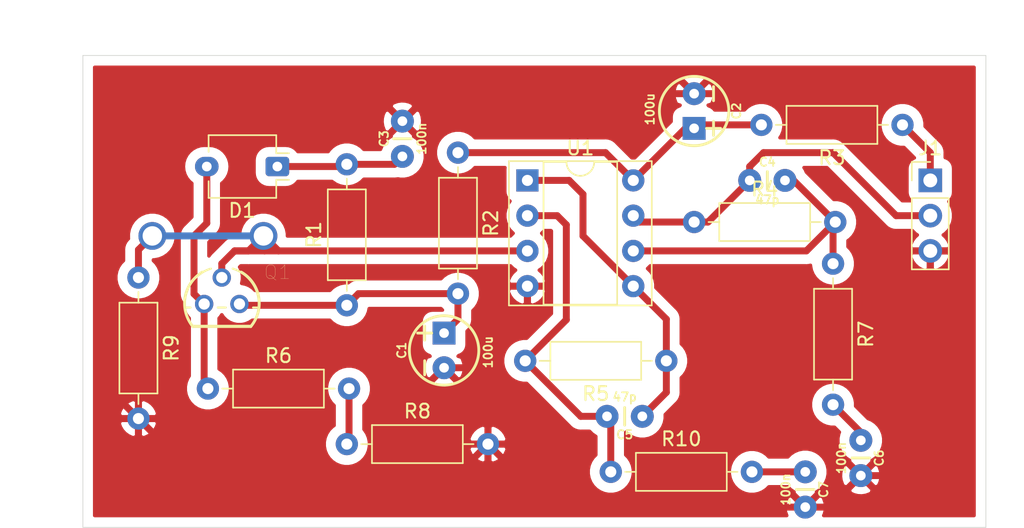
<source format=kicad_pcb>
(kicad_pcb (version 20171130) (host pcbnew 5.1.6+dfsg1-1)

  (general
    (thickness 1.6)
    (drawings 6)
    (tracks 105)
    (zones 0)
    (modules 21)
    (nets 15)
  )

  (page A4)
  (layers
    (0 F.Cu signal)
    (31 B.Cu signal)
    (32 B.Adhes user)
    (33 F.Adhes user)
    (34 B.Paste user)
    (35 F.Paste user)
    (36 B.SilkS user)
    (37 F.SilkS user)
    (38 B.Mask user)
    (39 F.Mask user)
    (40 Dwgs.User user)
    (41 Cmts.User user)
    (42 Eco1.User user)
    (43 Eco2.User user)
    (44 Edge.Cuts user)
    (45 Margin user)
    (46 B.CrtYd user)
    (47 F.CrtYd user)
    (48 B.Fab user)
    (49 F.Fab user)
  )

  (setup
    (last_trace_width 0.5)
    (user_trace_width 0.4)
    (user_trace_width 0.5)
    (trace_clearance 0.2)
    (zone_clearance 0.7)
    (zone_45_only no)
    (trace_min 0.2)
    (via_size 0.8)
    (via_drill 0.4)
    (via_min_size 0.4)
    (via_min_drill 0.3)
    (user_via 1.8 1.4)
    (uvia_size 0.3)
    (uvia_drill 0.1)
    (uvias_allowed no)
    (uvia_min_size 0.2)
    (uvia_min_drill 0.1)
    (edge_width 0.05)
    (segment_width 0.2)
    (pcb_text_width 0.3)
    (pcb_text_size 1.5 1.5)
    (mod_edge_width 0.12)
    (mod_text_size 1 1)
    (mod_text_width 0.15)
    (pad_size 1.524 1.524)
    (pad_drill 0.762)
    (pad_to_mask_clearance 0.05)
    (aux_axis_origin 0 0)
    (visible_elements FFFFFF7F)
    (pcbplotparams
      (layerselection 0x010fc_ffffffff)
      (usegerberextensions false)
      (usegerberattributes true)
      (usegerberadvancedattributes true)
      (creategerberjobfile true)
      (excludeedgelayer true)
      (linewidth 0.100000)
      (plotframeref false)
      (viasonmask false)
      (mode 1)
      (useauxorigin false)
      (hpglpennumber 1)
      (hpglpenspeed 20)
      (hpglpendiameter 15.000000)
      (psnegative false)
      (psa4output false)
      (plotreference true)
      (plotvalue true)
      (plotinvisibletext false)
      (padsonsilk false)
      (subtractmaskfromsilk false)
      (outputformat 1)
      (mirror false)
      (drillshape 1)
      (scaleselection 1)
      (outputdirectory ""))
  )

  (net 0 "")
  (net 1 GND)
  (net 2 "Net-(C1-Pad1)")
  (net 3 "Net-(C2-Pad1)")
  (net 4 "Net-(C3-Pad1)")
  (net 5 "Net-(C4-Pad2)")
  (net 6 "Net-(C4-Pad1)")
  (net 7 "Net-(C5-Pad2)")
  (net 8 "Net-(C5-Pad1)")
  (net 9 "Net-(C6-Pad1)")
  (net 10 "Net-(C7-Pad1)")
  (net 11 "Net-(D1-Pad2)")
  (net 12 "Net-(J1-Pad1)")
  (net 13 "Net-(Q1-Pad2)")
  (net 14 "Net-(R6-Pad2)")

  (net_class Default "This is the default net class."
    (clearance 0.2)
    (trace_width 0.25)
    (via_dia 0.8)
    (via_drill 0.4)
    (uvia_dia 0.3)
    (uvia_drill 0.1)
    (add_net GND)
    (add_net "Net-(C1-Pad1)")
    (add_net "Net-(C2-Pad1)")
    (add_net "Net-(C3-Pad1)")
    (add_net "Net-(C4-Pad1)")
    (add_net "Net-(C4-Pad2)")
    (add_net "Net-(C5-Pad1)")
    (add_net "Net-(C5-Pad2)")
    (add_net "Net-(C6-Pad1)")
    (add_net "Net-(C7-Pad1)")
    (add_net "Net-(D1-Pad2)")
    (add_net "Net-(J1-Pad1)")
    (add_net "Net-(Q1-Pad2)")
    (add_net "Net-(R6-Pad2)")
  )

  (module Package_DIP:DIP-8_W7.62mm_Socket (layer F.Cu) (tedit 5A02E8C5) (tstamp 606E916F)
    (at 108 39)
    (descr "8-lead though-hole mounted DIP package, row spacing 7.62 mm (300 mils), Socket")
    (tags "THT DIP DIL PDIP 2.54mm 7.62mm 300mil Socket")
    (path /606F1131)
    (fp_text reference U1 (at 3.81 -2.33) (layer F.SilkS)
      (effects (font (size 1 1) (thickness 0.15)))
    )
    (fp_text value LM358 (at 3.81 9.95) (layer F.Fab)
      (effects (font (size 1 1) (thickness 0.15)))
    )
    (fp_text user %R (at 3.81 3.81) (layer F.Fab)
      (effects (font (size 1 1) (thickness 0.15)))
    )
    (fp_arc (start 3.81 -1.33) (end 2.81 -1.33) (angle -180) (layer F.SilkS) (width 0.12))
    (fp_line (start 1.635 -1.27) (end 6.985 -1.27) (layer F.Fab) (width 0.1))
    (fp_line (start 6.985 -1.27) (end 6.985 8.89) (layer F.Fab) (width 0.1))
    (fp_line (start 6.985 8.89) (end 0.635 8.89) (layer F.Fab) (width 0.1))
    (fp_line (start 0.635 8.89) (end 0.635 -0.27) (layer F.Fab) (width 0.1))
    (fp_line (start 0.635 -0.27) (end 1.635 -1.27) (layer F.Fab) (width 0.1))
    (fp_line (start -1.27 -1.33) (end -1.27 8.95) (layer F.Fab) (width 0.1))
    (fp_line (start -1.27 8.95) (end 8.89 8.95) (layer F.Fab) (width 0.1))
    (fp_line (start 8.89 8.95) (end 8.89 -1.33) (layer F.Fab) (width 0.1))
    (fp_line (start 8.89 -1.33) (end -1.27 -1.33) (layer F.Fab) (width 0.1))
    (fp_line (start 2.81 -1.33) (end 1.16 -1.33) (layer F.SilkS) (width 0.12))
    (fp_line (start 1.16 -1.33) (end 1.16 8.95) (layer F.SilkS) (width 0.12))
    (fp_line (start 1.16 8.95) (end 6.46 8.95) (layer F.SilkS) (width 0.12))
    (fp_line (start 6.46 8.95) (end 6.46 -1.33) (layer F.SilkS) (width 0.12))
    (fp_line (start 6.46 -1.33) (end 4.81 -1.33) (layer F.SilkS) (width 0.12))
    (fp_line (start -1.33 -1.39) (end -1.33 9.01) (layer F.SilkS) (width 0.12))
    (fp_line (start -1.33 9.01) (end 8.95 9.01) (layer F.SilkS) (width 0.12))
    (fp_line (start 8.95 9.01) (end 8.95 -1.39) (layer F.SilkS) (width 0.12))
    (fp_line (start 8.95 -1.39) (end -1.33 -1.39) (layer F.SilkS) (width 0.12))
    (fp_line (start -1.55 -1.6) (end -1.55 9.2) (layer F.CrtYd) (width 0.05))
    (fp_line (start -1.55 9.2) (end 9.15 9.2) (layer F.CrtYd) (width 0.05))
    (fp_line (start 9.15 9.2) (end 9.15 -1.6) (layer F.CrtYd) (width 0.05))
    (fp_line (start 9.15 -1.6) (end -1.55 -1.6) (layer F.CrtYd) (width 0.05))
    (pad 8 thru_hole oval (at 7.62 0) (size 1.6 1.6) (drill 0.8) (layers *.Cu *.Mask)
      (net 3 "Net-(C2-Pad1)"))
    (pad 4 thru_hole oval (at 0 7.62) (size 1.6 1.6) (drill 0.8) (layers *.Cu *.Mask)
      (net 1 GND))
    (pad 7 thru_hole oval (at 7.62 2.54) (size 1.6 1.6) (drill 0.8) (layers *.Cu *.Mask)
      (net 6 "Net-(C4-Pad1)"))
    (pad 3 thru_hole oval (at 0 5.08) (size 1.6 1.6) (drill 0.8) (layers *.Cu *.Mask)
      (net 13 "Net-(Q1-Pad2)"))
    (pad 6 thru_hole oval (at 7.62 5.08) (size 1.6 1.6) (drill 0.8) (layers *.Cu *.Mask)
      (net 5 "Net-(C4-Pad2)"))
    (pad 2 thru_hole oval (at 0 2.54) (size 1.6 1.6) (drill 0.8) (layers *.Cu *.Mask)
      (net 7 "Net-(C5-Pad2)"))
    (pad 5 thru_hole oval (at 7.62 7.62) (size 1.6 1.6) (drill 0.8) (layers *.Cu *.Mask)
      (net 8 "Net-(C5-Pad1)"))
    (pad 1 thru_hole rect (at 0 0) (size 1.6 1.6) (drill 0.8) (layers *.Cu *.Mask)
      (net 8 "Net-(C5-Pad1)"))
    (model ${KISYS3DMOD}/Package_DIP.3dshapes/DIP-8_W7.62mm_Socket.wrl
      (at (xyz 0 0 0))
      (scale (xyz 1 1 1))
      (rotate (xyz 0 0 0))
    )
  )

  (module Resistor_THT:R_Axial_DIN0207_L6.3mm_D2.5mm_P10.16mm_Horizontal (layer F.Cu) (tedit 5AE5139B) (tstamp 606E914B)
    (at 114 60)
    (descr "Resistor, Axial_DIN0207 series, Axial, Horizontal, pin pitch=10.16mm, 0.25W = 1/4W, length*diameter=6.3*2.5mm^2, http://cdn-reichelt.de/documents/datenblatt/B400/1_4W%23YAG.pdf")
    (tags "Resistor Axial_DIN0207 series Axial Horizontal pin pitch 10.16mm 0.25W = 1/4W length 6.3mm diameter 2.5mm")
    (path /6071AB41)
    (fp_text reference R10 (at 5.08 -2.37) (layer F.SilkS)
      (effects (font (size 1 1) (thickness 0.15)))
    )
    (fp_text value 10k (at 5.08 2.37) (layer F.Fab)
      (effects (font (size 1 1) (thickness 0.15)))
    )
    (fp_text user %R (at -6.18404 0.92596) (layer F.Fab)
      (effects (font (size 1 1) (thickness 0.15)))
    )
    (fp_line (start 1.93 -1.25) (end 1.93 1.25) (layer F.Fab) (width 0.1))
    (fp_line (start 1.93 1.25) (end 8.23 1.25) (layer F.Fab) (width 0.1))
    (fp_line (start 8.23 1.25) (end 8.23 -1.25) (layer F.Fab) (width 0.1))
    (fp_line (start 8.23 -1.25) (end 1.93 -1.25) (layer F.Fab) (width 0.1))
    (fp_line (start 0 0) (end 1.93 0) (layer F.Fab) (width 0.1))
    (fp_line (start 10.16 0) (end 8.23 0) (layer F.Fab) (width 0.1))
    (fp_line (start 1.81 -1.37) (end 1.81 1.37) (layer F.SilkS) (width 0.12))
    (fp_line (start 1.81 1.37) (end 8.35 1.37) (layer F.SilkS) (width 0.12))
    (fp_line (start 8.35 1.37) (end 8.35 -1.37) (layer F.SilkS) (width 0.12))
    (fp_line (start 8.35 -1.37) (end 1.81 -1.37) (layer F.SilkS) (width 0.12))
    (fp_line (start 1.04 0) (end 1.81 0) (layer F.SilkS) (width 0.12))
    (fp_line (start 9.12 0) (end 8.35 0) (layer F.SilkS) (width 0.12))
    (fp_line (start -1.05 -1.5) (end -1.05 1.5) (layer F.CrtYd) (width 0.05))
    (fp_line (start -1.05 1.5) (end 11.21 1.5) (layer F.CrtYd) (width 0.05))
    (fp_line (start 11.21 1.5) (end 11.21 -1.5) (layer F.CrtYd) (width 0.05))
    (fp_line (start 11.21 -1.5) (end -1.05 -1.5) (layer F.CrtYd) (width 0.05))
    (pad 2 thru_hole oval (at 10.16 0) (size 1.6 1.6) (drill 0.8) (layers *.Cu *.Mask)
      (net 10 "Net-(C7-Pad1)"))
    (pad 1 thru_hole circle (at 0 0) (size 1.6 1.6) (drill 0.8) (layers *.Cu *.Mask)
      (net 7 "Net-(C5-Pad2)"))
    (model ${KISYS3DMOD}/Resistor_THT.3dshapes/R_Axial_DIN0207_L6.3mm_D2.5mm_P10.16mm_Horizontal.wrl
      (at (xyz 0 0 0))
      (scale (xyz 1 1 1))
      (rotate (xyz 0 0 0))
    )
  )

  (module Resistor_THT:R_Axial_DIN0207_L6.3mm_D2.5mm_P10.16mm_Horizontal (layer F.Cu) (tedit 5AE5139B) (tstamp 606E9134)
    (at 80 46 270)
    (descr "Resistor, Axial_DIN0207 series, Axial, Horizontal, pin pitch=10.16mm, 0.25W = 1/4W, length*diameter=6.3*2.5mm^2, http://cdn-reichelt.de/documents/datenblatt/B400/1_4W%23YAG.pdf")
    (tags "Resistor Axial_DIN0207 series Axial Horizontal pin pitch 10.16mm 0.25W = 1/4W length 6.3mm diameter 2.5mm")
    (path /606EB085)
    (fp_text reference R9 (at 5.08 -2.37 90) (layer F.SilkS)
      (effects (font (size 1 1) (thickness 0.15)))
    )
    (fp_text value 4k7 (at 5.08 2.37 90) (layer F.Fab)
      (effects (font (size 1 1) (thickness 0.15)))
    )
    (fp_text user %R (at 5.08 0 90) (layer F.Fab)
      (effects (font (size 1 1) (thickness 0.15)))
    )
    (fp_line (start 1.93 -1.25) (end 1.93 1.25) (layer F.Fab) (width 0.1))
    (fp_line (start 1.93 1.25) (end 8.23 1.25) (layer F.Fab) (width 0.1))
    (fp_line (start 8.23 1.25) (end 8.23 -1.25) (layer F.Fab) (width 0.1))
    (fp_line (start 8.23 -1.25) (end 1.93 -1.25) (layer F.Fab) (width 0.1))
    (fp_line (start 0 0) (end 1.93 0) (layer F.Fab) (width 0.1))
    (fp_line (start 10.16 0) (end 8.23 0) (layer F.Fab) (width 0.1))
    (fp_line (start 1.81 -1.37) (end 1.81 1.37) (layer F.SilkS) (width 0.12))
    (fp_line (start 1.81 1.37) (end 8.35 1.37) (layer F.SilkS) (width 0.12))
    (fp_line (start 8.35 1.37) (end 8.35 -1.37) (layer F.SilkS) (width 0.12))
    (fp_line (start 8.35 -1.37) (end 1.81 -1.37) (layer F.SilkS) (width 0.12))
    (fp_line (start 1.04 0) (end 1.81 0) (layer F.SilkS) (width 0.12))
    (fp_line (start 9.12 0) (end 8.35 0) (layer F.SilkS) (width 0.12))
    (fp_line (start -1.05 -1.5) (end -1.05 1.5) (layer F.CrtYd) (width 0.05))
    (fp_line (start -1.05 1.5) (end 11.21 1.5) (layer F.CrtYd) (width 0.05))
    (fp_line (start 11.21 1.5) (end 11.21 -1.5) (layer F.CrtYd) (width 0.05))
    (fp_line (start 11.21 -1.5) (end -1.05 -1.5) (layer F.CrtYd) (width 0.05))
    (pad 2 thru_hole oval (at 10.16 0 270) (size 1.6 1.6) (drill 0.8) (layers *.Cu *.Mask)
      (net 1 GND))
    (pad 1 thru_hole circle (at 0 0 270) (size 1.6 1.6) (drill 0.8) (layers *.Cu *.Mask)
      (net 13 "Net-(Q1-Pad2)"))
    (model ${KISYS3DMOD}/Resistor_THT.3dshapes/R_Axial_DIN0207_L6.3mm_D2.5mm_P10.16mm_Horizontal.wrl
      (at (xyz 0 0 0))
      (scale (xyz 1 1 1))
      (rotate (xyz 0 0 0))
    )
  )

  (module Resistor_THT:R_Axial_DIN0207_L6.3mm_D2.5mm_P10.16mm_Horizontal (layer F.Cu) (tedit 5AE5139B) (tstamp 606E911D)
    (at 95 58)
    (descr "Resistor, Axial_DIN0207 series, Axial, Horizontal, pin pitch=10.16mm, 0.25W = 1/4W, length*diameter=6.3*2.5mm^2, http://cdn-reichelt.de/documents/datenblatt/B400/1_4W%23YAG.pdf")
    (tags "Resistor Axial_DIN0207 series Axial Horizontal pin pitch 10.16mm 0.25W = 1/4W length 6.3mm diameter 2.5mm")
    (path /606E582A)
    (fp_text reference R8 (at 5.08 -2.37) (layer F.SilkS)
      (effects (font (size 1 1) (thickness 0.15)))
    )
    (fp_text value 10M (at 5.08 2.37) (layer F.Fab)
      (effects (font (size 1 1) (thickness 0.15)))
    )
    (fp_text user %R (at 5.08 0) (layer F.Fab)
      (effects (font (size 1 1) (thickness 0.15)))
    )
    (fp_line (start 1.93 -1.25) (end 1.93 1.25) (layer F.Fab) (width 0.1))
    (fp_line (start 1.93 1.25) (end 8.23 1.25) (layer F.Fab) (width 0.1))
    (fp_line (start 8.23 1.25) (end 8.23 -1.25) (layer F.Fab) (width 0.1))
    (fp_line (start 8.23 -1.25) (end 1.93 -1.25) (layer F.Fab) (width 0.1))
    (fp_line (start 0 0) (end 1.93 0) (layer F.Fab) (width 0.1))
    (fp_line (start 10.16 0) (end 8.23 0) (layer F.Fab) (width 0.1))
    (fp_line (start 1.81 -1.37) (end 1.81 1.37) (layer F.SilkS) (width 0.12))
    (fp_line (start 1.81 1.37) (end 8.35 1.37) (layer F.SilkS) (width 0.12))
    (fp_line (start 8.35 1.37) (end 8.35 -1.37) (layer F.SilkS) (width 0.12))
    (fp_line (start 8.35 -1.37) (end 1.81 -1.37) (layer F.SilkS) (width 0.12))
    (fp_line (start 1.04 0) (end 1.81 0) (layer F.SilkS) (width 0.12))
    (fp_line (start 9.12 0) (end 8.35 0) (layer F.SilkS) (width 0.12))
    (fp_line (start -1.05 -1.5) (end -1.05 1.5) (layer F.CrtYd) (width 0.05))
    (fp_line (start -1.05 1.5) (end 11.21 1.5) (layer F.CrtYd) (width 0.05))
    (fp_line (start 11.21 1.5) (end 11.21 -1.5) (layer F.CrtYd) (width 0.05))
    (fp_line (start 11.21 -1.5) (end -1.05 -1.5) (layer F.CrtYd) (width 0.05))
    (pad 2 thru_hole oval (at 10.16 0) (size 1.6 1.6) (drill 0.8) (layers *.Cu *.Mask)
      (net 1 GND))
    (pad 1 thru_hole circle (at 0 0) (size 1.6 1.6) (drill 0.8) (layers *.Cu *.Mask)
      (net 14 "Net-(R6-Pad2)"))
    (model ${KISYS3DMOD}/Resistor_THT.3dshapes/R_Axial_DIN0207_L6.3mm_D2.5mm_P10.16mm_Horizontal.wrl
      (at (xyz 0 0 0))
      (scale (xyz 1 1 1))
      (rotate (xyz 0 0 0))
    )
  )

  (module Resistor_THT:R_Axial_DIN0207_L6.3mm_D2.5mm_P10.16mm_Horizontal (layer F.Cu) (tedit 5AE5139B) (tstamp 606E9106)
    (at 130 45 270)
    (descr "Resistor, Axial_DIN0207 series, Axial, Horizontal, pin pitch=10.16mm, 0.25W = 1/4W, length*diameter=6.3*2.5mm^2, http://cdn-reichelt.de/documents/datenblatt/B400/1_4W%23YAG.pdf")
    (tags "Resistor Axial_DIN0207 series Axial Horizontal pin pitch 10.16mm 0.25W = 1/4W length 6.3mm diameter 2.5mm")
    (path /6072BE90)
    (fp_text reference R7 (at 5.08 -2.37 90) (layer F.SilkS)
      (effects (font (size 1 1) (thickness 0.15)))
    )
    (fp_text value 10k (at 5.08 2.37 90) (layer F.Fab)
      (effects (font (size 1 1) (thickness 0.15)))
    )
    (fp_text user %R (at 5.08 0 90) (layer F.Fab)
      (effects (font (size 1 1) (thickness 0.15)))
    )
    (fp_line (start 1.93 -1.25) (end 1.93 1.25) (layer F.Fab) (width 0.1))
    (fp_line (start 1.93 1.25) (end 8.23 1.25) (layer F.Fab) (width 0.1))
    (fp_line (start 8.23 1.25) (end 8.23 -1.25) (layer F.Fab) (width 0.1))
    (fp_line (start 8.23 -1.25) (end 1.93 -1.25) (layer F.Fab) (width 0.1))
    (fp_line (start 0 0) (end 1.93 0) (layer F.Fab) (width 0.1))
    (fp_line (start 10.16 0) (end 8.23 0) (layer F.Fab) (width 0.1))
    (fp_line (start 1.81 -1.37) (end 1.81 1.37) (layer F.SilkS) (width 0.12))
    (fp_line (start 1.81 1.37) (end 8.35 1.37) (layer F.SilkS) (width 0.12))
    (fp_line (start 8.35 1.37) (end 8.35 -1.37) (layer F.SilkS) (width 0.12))
    (fp_line (start 8.35 -1.37) (end 1.81 -1.37) (layer F.SilkS) (width 0.12))
    (fp_line (start 1.04 0) (end 1.81 0) (layer F.SilkS) (width 0.12))
    (fp_line (start 9.12 0) (end 8.35 0) (layer F.SilkS) (width 0.12))
    (fp_line (start -1.05 -1.5) (end -1.05 1.5) (layer F.CrtYd) (width 0.05))
    (fp_line (start -1.05 1.5) (end 11.21 1.5) (layer F.CrtYd) (width 0.05))
    (fp_line (start 11.21 1.5) (end 11.21 -1.5) (layer F.CrtYd) (width 0.05))
    (fp_line (start 11.21 -1.5) (end -1.05 -1.5) (layer F.CrtYd) (width 0.05))
    (pad 2 thru_hole oval (at 10.16 0 270) (size 1.6 1.6) (drill 0.8) (layers *.Cu *.Mask)
      (net 9 "Net-(C6-Pad1)"))
    (pad 1 thru_hole circle (at 0 0 270) (size 1.6 1.6) (drill 0.8) (layers *.Cu *.Mask)
      (net 5 "Net-(C4-Pad2)"))
    (model ${KISYS3DMOD}/Resistor_THT.3dshapes/R_Axial_DIN0207_L6.3mm_D2.5mm_P10.16mm_Horizontal.wrl
      (at (xyz 0 0 0))
      (scale (xyz 1 1 1))
      (rotate (xyz 0 0 0))
    )
  )

  (module Resistor_THT:R_Axial_DIN0207_L6.3mm_D2.5mm_P10.16mm_Horizontal (layer F.Cu) (tedit 5AE5139B) (tstamp 606E90EF)
    (at 85 54)
    (descr "Resistor, Axial_DIN0207 series, Axial, Horizontal, pin pitch=10.16mm, 0.25W = 1/4W, length*diameter=6.3*2.5mm^2, http://cdn-reichelt.de/documents/datenblatt/B400/1_4W%23YAG.pdf")
    (tags "Resistor Axial_DIN0207 series Axial Horizontal pin pitch 10.16mm 0.25W = 1/4W length 6.3mm diameter 2.5mm")
    (path /606E51D8)
    (fp_text reference R6 (at 5.08 -2.37) (layer F.SilkS)
      (effects (font (size 1 1) (thickness 0.15)))
    )
    (fp_text value 10M (at 5.08 2.37) (layer F.Fab)
      (effects (font (size 1 1) (thickness 0.15)))
    )
    (fp_text user %R (at 5.08 0) (layer F.Fab)
      (effects (font (size 1 1) (thickness 0.15)))
    )
    (fp_line (start 1.93 -1.25) (end 1.93 1.25) (layer F.Fab) (width 0.1))
    (fp_line (start 1.93 1.25) (end 8.23 1.25) (layer F.Fab) (width 0.1))
    (fp_line (start 8.23 1.25) (end 8.23 -1.25) (layer F.Fab) (width 0.1))
    (fp_line (start 8.23 -1.25) (end 1.93 -1.25) (layer F.Fab) (width 0.1))
    (fp_line (start 0 0) (end 1.93 0) (layer F.Fab) (width 0.1))
    (fp_line (start 10.16 0) (end 8.23 0) (layer F.Fab) (width 0.1))
    (fp_line (start 1.81 -1.37) (end 1.81 1.37) (layer F.SilkS) (width 0.12))
    (fp_line (start 1.81 1.37) (end 8.35 1.37) (layer F.SilkS) (width 0.12))
    (fp_line (start 8.35 1.37) (end 8.35 -1.37) (layer F.SilkS) (width 0.12))
    (fp_line (start 8.35 -1.37) (end 1.81 -1.37) (layer F.SilkS) (width 0.12))
    (fp_line (start 1.04 0) (end 1.81 0) (layer F.SilkS) (width 0.12))
    (fp_line (start 9.12 0) (end 8.35 0) (layer F.SilkS) (width 0.12))
    (fp_line (start -1.05 -1.5) (end -1.05 1.5) (layer F.CrtYd) (width 0.05))
    (fp_line (start -1.05 1.5) (end 11.21 1.5) (layer F.CrtYd) (width 0.05))
    (fp_line (start 11.21 1.5) (end 11.21 -1.5) (layer F.CrtYd) (width 0.05))
    (fp_line (start 11.21 -1.5) (end -1.05 -1.5) (layer F.CrtYd) (width 0.05))
    (pad 2 thru_hole oval (at 10.16 0) (size 1.6 1.6) (drill 0.8) (layers *.Cu *.Mask)
      (net 14 "Net-(R6-Pad2)"))
    (pad 1 thru_hole circle (at 0 0) (size 1.6 1.6) (drill 0.8) (layers *.Cu *.Mask)
      (net 11 "Net-(D1-Pad2)"))
    (model ${KISYS3DMOD}/Resistor_THT.3dshapes/R_Axial_DIN0207_L6.3mm_D2.5mm_P10.16mm_Horizontal.wrl
      (at (xyz 0 0 0))
      (scale (xyz 1 1 1))
      (rotate (xyz 0 0 0))
    )
  )

  (module Resistor_THT:R_Axial_DIN0207_L6.3mm_D2.5mm_P10.16mm_Horizontal (layer F.Cu) (tedit 5AE5139B) (tstamp 606E90D8)
    (at 118 52 180)
    (descr "Resistor, Axial_DIN0207 series, Axial, Horizontal, pin pitch=10.16mm, 0.25W = 1/4W, length*diameter=6.3*2.5mm^2, http://cdn-reichelt.de/documents/datenblatt/B400/1_4W%23YAG.pdf")
    (tags "Resistor Axial_DIN0207 series Axial Horizontal pin pitch 10.16mm 0.25W = 1/4W length 6.3mm diameter 2.5mm")
    (path /60718B7D)
    (fp_text reference R5 (at 5.08 -2.37) (layer F.SilkS)
      (effects (font (size 1 1) (thickness 0.15)))
    )
    (fp_text value 330k (at 5.08 2.37) (layer F.Fab)
      (effects (font (size 1 1) (thickness 0.15)))
    )
    (fp_text user %R (at 5.08 0) (layer F.Fab)
      (effects (font (size 1 1) (thickness 0.15)))
    )
    (fp_line (start 1.93 -1.25) (end 1.93 1.25) (layer F.Fab) (width 0.1))
    (fp_line (start 1.93 1.25) (end 8.23 1.25) (layer F.Fab) (width 0.1))
    (fp_line (start 8.23 1.25) (end 8.23 -1.25) (layer F.Fab) (width 0.1))
    (fp_line (start 8.23 -1.25) (end 1.93 -1.25) (layer F.Fab) (width 0.1))
    (fp_line (start 0 0) (end 1.93 0) (layer F.Fab) (width 0.1))
    (fp_line (start 10.16 0) (end 8.23 0) (layer F.Fab) (width 0.1))
    (fp_line (start 1.81 -1.37) (end 1.81 1.37) (layer F.SilkS) (width 0.12))
    (fp_line (start 1.81 1.37) (end 8.35 1.37) (layer F.SilkS) (width 0.12))
    (fp_line (start 8.35 1.37) (end 8.35 -1.37) (layer F.SilkS) (width 0.12))
    (fp_line (start 8.35 -1.37) (end 1.81 -1.37) (layer F.SilkS) (width 0.12))
    (fp_line (start 1.04 0) (end 1.81 0) (layer F.SilkS) (width 0.12))
    (fp_line (start 9.12 0) (end 8.35 0) (layer F.SilkS) (width 0.12))
    (fp_line (start -1.05 -1.5) (end -1.05 1.5) (layer F.CrtYd) (width 0.05))
    (fp_line (start -1.05 1.5) (end 11.21 1.5) (layer F.CrtYd) (width 0.05))
    (fp_line (start 11.21 1.5) (end 11.21 -1.5) (layer F.CrtYd) (width 0.05))
    (fp_line (start 11.21 -1.5) (end -1.05 -1.5) (layer F.CrtYd) (width 0.05))
    (pad 2 thru_hole oval (at 10.16 0 180) (size 1.6 1.6) (drill 0.8) (layers *.Cu *.Mask)
      (net 7 "Net-(C5-Pad2)"))
    (pad 1 thru_hole circle (at 0 0 180) (size 1.6 1.6) (drill 0.8) (layers *.Cu *.Mask)
      (net 8 "Net-(C5-Pad1)"))
    (model ${KISYS3DMOD}/Resistor_THT.3dshapes/R_Axial_DIN0207_L6.3mm_D2.5mm_P10.16mm_Horizontal.wrl
      (at (xyz 0 0 0))
      (scale (xyz 1 1 1))
      (rotate (xyz 0 0 0))
    )
  )

  (module Resistor_THT:R_Axial_DIN0207_L6.3mm_D2.5mm_P10.16mm_Horizontal (layer F.Cu) (tedit 5AE5139B) (tstamp 606E90C1)
    (at 120 42)
    (descr "Resistor, Axial_DIN0207 series, Axial, Horizontal, pin pitch=10.16mm, 0.25W = 1/4W, length*diameter=6.3*2.5mm^2, http://cdn-reichelt.de/documents/datenblatt/B400/1_4W%23YAG.pdf")
    (tags "Resistor Axial_DIN0207 series Axial Horizontal pin pitch 10.16mm 0.25W = 1/4W length 6.3mm diameter 2.5mm")
    (path /6072BE84)
    (fp_text reference R4 (at 5.08 -2.37) (layer F.SilkS)
      (effects (font (size 1 1) (thickness 0.15)))
    )
    (fp_text value 330k (at 5.08 2.37) (layer F.Fab)
      (effects (font (size 1 1) (thickness 0.15)))
    )
    (fp_text user %R (at 5.08 0) (layer F.Fab)
      (effects (font (size 1 1) (thickness 0.15)))
    )
    (fp_line (start 1.93 -1.25) (end 1.93 1.25) (layer F.Fab) (width 0.1))
    (fp_line (start 1.93 1.25) (end 8.23 1.25) (layer F.Fab) (width 0.1))
    (fp_line (start 8.23 1.25) (end 8.23 -1.25) (layer F.Fab) (width 0.1))
    (fp_line (start 8.23 -1.25) (end 1.93 -1.25) (layer F.Fab) (width 0.1))
    (fp_line (start 0 0) (end 1.93 0) (layer F.Fab) (width 0.1))
    (fp_line (start 10.16 0) (end 8.23 0) (layer F.Fab) (width 0.1))
    (fp_line (start 1.81 -1.37) (end 1.81 1.37) (layer F.SilkS) (width 0.12))
    (fp_line (start 1.81 1.37) (end 8.35 1.37) (layer F.SilkS) (width 0.12))
    (fp_line (start 8.35 1.37) (end 8.35 -1.37) (layer F.SilkS) (width 0.12))
    (fp_line (start 8.35 -1.37) (end 1.81 -1.37) (layer F.SilkS) (width 0.12))
    (fp_line (start 1.04 0) (end 1.81 0) (layer F.SilkS) (width 0.12))
    (fp_line (start 9.12 0) (end 8.35 0) (layer F.SilkS) (width 0.12))
    (fp_line (start -1.05 -1.5) (end -1.05 1.5) (layer F.CrtYd) (width 0.05))
    (fp_line (start -1.05 1.5) (end 11.21 1.5) (layer F.CrtYd) (width 0.05))
    (fp_line (start 11.21 1.5) (end 11.21 -1.5) (layer F.CrtYd) (width 0.05))
    (fp_line (start 11.21 -1.5) (end -1.05 -1.5) (layer F.CrtYd) (width 0.05))
    (pad 2 thru_hole oval (at 10.16 0) (size 1.6 1.6) (drill 0.8) (layers *.Cu *.Mask)
      (net 5 "Net-(C4-Pad2)"))
    (pad 1 thru_hole circle (at 0 0) (size 1.6 1.6) (drill 0.8) (layers *.Cu *.Mask)
      (net 6 "Net-(C4-Pad1)"))
    (model ${KISYS3DMOD}/Resistor_THT.3dshapes/R_Axial_DIN0207_L6.3mm_D2.5mm_P10.16mm_Horizontal.wrl
      (at (xyz 0 0 0))
      (scale (xyz 1 1 1))
      (rotate (xyz 0 0 0))
    )
  )

  (module Resistor_THT:R_Axial_DIN0207_L6.3mm_D2.5mm_P10.16mm_Horizontal (layer F.Cu) (tedit 5AE5139B) (tstamp 606E90AA)
    (at 135 35 180)
    (descr "Resistor, Axial_DIN0207 series, Axial, Horizontal, pin pitch=10.16mm, 0.25W = 1/4W, length*diameter=6.3*2.5mm^2, http://cdn-reichelt.de/documents/datenblatt/B400/1_4W%23YAG.pdf")
    (tags "Resistor Axial_DIN0207 series Axial Horizontal pin pitch 10.16mm 0.25W = 1/4W length 6.3mm diameter 2.5mm")
    (path /6073463D)
    (fp_text reference R3 (at 5.08 -2.37) (layer F.SilkS)
      (effects (font (size 1 1) (thickness 0.15)))
    )
    (fp_text value 100 (at 5.08 2.37) (layer F.Fab)
      (effects (font (size 1 1) (thickness 0.15)))
    )
    (fp_text user %R (at 5.81596 0) (layer F.Fab)
      (effects (font (size 1 1) (thickness 0.15)))
    )
    (fp_line (start 1.93 -1.25) (end 1.93 1.25) (layer F.Fab) (width 0.1))
    (fp_line (start 1.93 1.25) (end 8.23 1.25) (layer F.Fab) (width 0.1))
    (fp_line (start 8.23 1.25) (end 8.23 -1.25) (layer F.Fab) (width 0.1))
    (fp_line (start 8.23 -1.25) (end 1.93 -1.25) (layer F.Fab) (width 0.1))
    (fp_line (start 0 0) (end 1.93 0) (layer F.Fab) (width 0.1))
    (fp_line (start 10.16 0) (end 8.23 0) (layer F.Fab) (width 0.1))
    (fp_line (start 1.81 -1.37) (end 1.81 1.37) (layer F.SilkS) (width 0.12))
    (fp_line (start 1.81 1.37) (end 8.35 1.37) (layer F.SilkS) (width 0.12))
    (fp_line (start 8.35 1.37) (end 8.35 -1.37) (layer F.SilkS) (width 0.12))
    (fp_line (start 8.35 -1.37) (end 1.81 -1.37) (layer F.SilkS) (width 0.12))
    (fp_line (start 1.04 0) (end 1.81 0) (layer F.SilkS) (width 0.12))
    (fp_line (start 9.12 0) (end 8.35 0) (layer F.SilkS) (width 0.12))
    (fp_line (start -1.05 -1.5) (end -1.05 1.5) (layer F.CrtYd) (width 0.05))
    (fp_line (start -1.05 1.5) (end 11.21 1.5) (layer F.CrtYd) (width 0.05))
    (fp_line (start 11.21 1.5) (end 11.21 -1.5) (layer F.CrtYd) (width 0.05))
    (fp_line (start 11.21 -1.5) (end -1.05 -1.5) (layer F.CrtYd) (width 0.05))
    (pad 2 thru_hole oval (at 10.16 0 180) (size 1.6 1.6) (drill 0.8) (layers *.Cu *.Mask)
      (net 3 "Net-(C2-Pad1)"))
    (pad 1 thru_hole circle (at 0 0 180) (size 1.6 1.6) (drill 0.8) (layers *.Cu *.Mask)
      (net 12 "Net-(J1-Pad1)"))
    (model ${KISYS3DMOD}/Resistor_THT.3dshapes/R_Axial_DIN0207_L6.3mm_D2.5mm_P10.16mm_Horizontal.wrl
      (at (xyz 0 0 0))
      (scale (xyz 1 1 1))
      (rotate (xyz 0 0 0))
    )
  )

  (module Resistor_THT:R_Axial_DIN0207_L6.3mm_D2.5mm_P10.16mm_Horizontal (layer F.Cu) (tedit 5AE5139B) (tstamp 606E9093)
    (at 103 37 270)
    (descr "Resistor, Axial_DIN0207 series, Axial, Horizontal, pin pitch=10.16mm, 0.25W = 1/4W, length*diameter=6.3*2.5mm^2, http://cdn-reichelt.de/documents/datenblatt/B400/1_4W%23YAG.pdf")
    (tags "Resistor Axial_DIN0207 series Axial Horizontal pin pitch 10.16mm 0.25W = 1/4W length 6.3mm diameter 2.5mm")
    (path /606E462B)
    (fp_text reference R2 (at 5.08 -2.37 90) (layer F.SilkS)
      (effects (font (size 1 1) (thickness 0.15)))
    )
    (fp_text value 1k (at 5.08 2.37 90) (layer F.Fab)
      (effects (font (size 1 1) (thickness 0.15)))
    )
    (fp_text user %R (at 5.08 0 90) (layer F.Fab)
      (effects (font (size 1 1) (thickness 0.15)))
    )
    (fp_line (start 1.93 -1.25) (end 1.93 1.25) (layer F.Fab) (width 0.1))
    (fp_line (start 1.93 1.25) (end 8.23 1.25) (layer F.Fab) (width 0.1))
    (fp_line (start 8.23 1.25) (end 8.23 -1.25) (layer F.Fab) (width 0.1))
    (fp_line (start 8.23 -1.25) (end 1.93 -1.25) (layer F.Fab) (width 0.1))
    (fp_line (start 0 0) (end 1.93 0) (layer F.Fab) (width 0.1))
    (fp_line (start 10.16 0) (end 8.23 0) (layer F.Fab) (width 0.1))
    (fp_line (start 1.81 -1.37) (end 1.81 1.37) (layer F.SilkS) (width 0.12))
    (fp_line (start 1.81 1.37) (end 8.35 1.37) (layer F.SilkS) (width 0.12))
    (fp_line (start 8.35 1.37) (end 8.35 -1.37) (layer F.SilkS) (width 0.12))
    (fp_line (start 8.35 -1.37) (end 1.81 -1.37) (layer F.SilkS) (width 0.12))
    (fp_line (start 1.04 0) (end 1.81 0) (layer F.SilkS) (width 0.12))
    (fp_line (start 9.12 0) (end 8.35 0) (layer F.SilkS) (width 0.12))
    (fp_line (start -1.05 -1.5) (end -1.05 1.5) (layer F.CrtYd) (width 0.05))
    (fp_line (start -1.05 1.5) (end 11.21 1.5) (layer F.CrtYd) (width 0.05))
    (fp_line (start 11.21 1.5) (end 11.21 -1.5) (layer F.CrtYd) (width 0.05))
    (fp_line (start 11.21 -1.5) (end -1.05 -1.5) (layer F.CrtYd) (width 0.05))
    (pad 2 thru_hole oval (at 10.16 0 270) (size 1.6 1.6) (drill 0.8) (layers *.Cu *.Mask)
      (net 2 "Net-(C1-Pad1)"))
    (pad 1 thru_hole circle (at 0 0 270) (size 1.6 1.6) (drill 0.8) (layers *.Cu *.Mask)
      (net 3 "Net-(C2-Pad1)"))
    (model ${KISYS3DMOD}/Resistor_THT.3dshapes/R_Axial_DIN0207_L6.3mm_D2.5mm_P10.16mm_Horizontal.wrl
      (at (xyz 0 0 0))
      (scale (xyz 1 1 1))
      (rotate (xyz 0 0 0))
    )
  )

  (module Resistor_THT:R_Axial_DIN0207_L6.3mm_D2.5mm_P10.16mm_Horizontal (layer F.Cu) (tedit 5AE5139B) (tstamp 606E907C)
    (at 95 48 90)
    (descr "Resistor, Axial_DIN0207 series, Axial, Horizontal, pin pitch=10.16mm, 0.25W = 1/4W, length*diameter=6.3*2.5mm^2, http://cdn-reichelt.de/documents/datenblatt/B400/1_4W%23YAG.pdf")
    (tags "Resistor Axial_DIN0207 series Axial Horizontal pin pitch 10.16mm 0.25W = 1/4W length 6.3mm diameter 2.5mm")
    (path /606E3553)
    (fp_text reference R1 (at 5.08 -2.37 90) (layer F.SilkS)
      (effects (font (size 1 1) (thickness 0.15)))
    )
    (fp_text value 1M (at 5.08 2.37 90) (layer F.Fab)
      (effects (font (size 1 1) (thickness 0.15)))
    )
    (fp_text user %R (at 5.08 0 90) (layer F.Fab)
      (effects (font (size 1 1) (thickness 0.15)))
    )
    (fp_line (start 1.93 -1.25) (end 1.93 1.25) (layer F.Fab) (width 0.1))
    (fp_line (start 1.93 1.25) (end 8.23 1.25) (layer F.Fab) (width 0.1))
    (fp_line (start 8.23 1.25) (end 8.23 -1.25) (layer F.Fab) (width 0.1))
    (fp_line (start 8.23 -1.25) (end 1.93 -1.25) (layer F.Fab) (width 0.1))
    (fp_line (start 0 0) (end 1.93 0) (layer F.Fab) (width 0.1))
    (fp_line (start 10.16 0) (end 8.23 0) (layer F.Fab) (width 0.1))
    (fp_line (start 1.81 -1.37) (end 1.81 1.37) (layer F.SilkS) (width 0.12))
    (fp_line (start 1.81 1.37) (end 8.35 1.37) (layer F.SilkS) (width 0.12))
    (fp_line (start 8.35 1.37) (end 8.35 -1.37) (layer F.SilkS) (width 0.12))
    (fp_line (start 8.35 -1.37) (end 1.81 -1.37) (layer F.SilkS) (width 0.12))
    (fp_line (start 1.04 0) (end 1.81 0) (layer F.SilkS) (width 0.12))
    (fp_line (start 9.12 0) (end 8.35 0) (layer F.SilkS) (width 0.12))
    (fp_line (start -1.05 -1.5) (end -1.05 1.5) (layer F.CrtYd) (width 0.05))
    (fp_line (start -1.05 1.5) (end 11.21 1.5) (layer F.CrtYd) (width 0.05))
    (fp_line (start 11.21 1.5) (end 11.21 -1.5) (layer F.CrtYd) (width 0.05))
    (fp_line (start 11.21 -1.5) (end -1.05 -1.5) (layer F.CrtYd) (width 0.05))
    (pad 2 thru_hole oval (at 10.16 0 90) (size 1.6 1.6) (drill 0.8) (layers *.Cu *.Mask)
      (net 4 "Net-(C3-Pad1)"))
    (pad 1 thru_hole circle (at 0 0 90) (size 1.6 1.6) (drill 0.8) (layers *.Cu *.Mask)
      (net 2 "Net-(C1-Pad1)"))
    (model ${KISYS3DMOD}/Resistor_THT.3dshapes/R_Axial_DIN0207_L6.3mm_D2.5mm_P10.16mm_Horizontal.wrl
      (at (xyz 0 0 0))
      (scale (xyz 1 1 1))
      (rotate (xyz 0 0 0))
    )
  )

  (module mod:TO92 (layer F.Cu) (tedit 606E16A2) (tstamp 606E9065)
    (at 86 47.905)
    (descr <b></b>)
    (path /606E659A)
    (fp_text reference Q1 (at 4 -2.286) (layer F.SilkS)
      (effects (font (size 1 1) (thickness 0.015)))
    )
    (fp_text value BF256 (at 5.461 0.635) (layer F.Fab)
      (effects (font (size 1 1) (thickness 0.015)))
    )
    (fp_text user Value (at 5.207 0.8636) (layer F.Fab)
      (effects (font (size 0.64 0.64) (thickness 0.015)))
    )
    (fp_text user Name (at 5.207 -1.143) (layer Dwgs.User)
      (effects (font (size 0.8 0.8) (thickness 0.015)))
    )
    (fp_arc (start 0 -0.050001) (end 1.4 -2.3) (angle -63.7816) (layer F.Fab) (width 0.2032))
    (fp_arc (start 0.107901 -0.055264) (end 1.4 -2.3) (angle 99.7984) (layer F.SilkS) (width 0.2032))
    (fp_arc (start -0.056599 -0.046056) (end -1.4 -2.3) (angle -98.0572) (layer F.SilkS) (width 0.2032))
    (fp_arc (start 0 -0.000003) (end 0.7864 -2.5484) (angle -34.299) (layer F.Fab) (width 0.1524))
    (fp_arc (start 0.000509 -0.000007) (end 2.095 1.651) (angle -111.098) (layer F.SilkS) (width 0.1524))
    (fp_arc (start -0.000509 -0.000007) (end -0.7869 -2.5484) (angle -111.098) (layer F.SilkS) (width 0.1524))
    (fp_line (start -2.095 1.651) (end 2.095 1.651) (layer F.SilkS) (width 0.1524))
    (fp_line (start -2.254 0.254) (end -0.286 0.254) (layer F.Fab) (width 0.1524))
    (fp_line (start -2.655 0.254) (end -2.254 0.254) (layer F.SilkS) (width 0.1524))
    (fp_line (start -0.286 0.254) (end 0.286 0.254) (layer F.SilkS) (width 0.1524))
    (fp_line (start 2.254 0.254) (end 2.655 0.254) (layer F.SilkS) (width 0.1524))
    (fp_line (start 0.286 0.254) (end 2.254 0.254) (layer F.Fab) (width 0.1524))
    (fp_line (start -2.1 1.6) (end 2.1 1.6) (layer F.SilkS) (width 0.2032))
    (pad 3 thru_hole circle (at 1.27 0) (size 1.3208 1.3208) (drill 0.8128) (layers *.Cu *.Mask)
      (net 2 "Net-(C1-Pad1)"))
    (pad 2 thru_hole circle (at 0 -1.905) (size 1.3208 1.3208) (drill 0.8128) (layers *.Cu *.Mask)
      (net 13 "Net-(Q1-Pad2)"))
    (pad 1 thru_hole circle (at -1.27 0) (size 1.3208 1.3208) (drill 0.8128) (layers *.Cu *.Mask)
      (net 11 "Net-(D1-Pad2)"))
  )

  (module Connector_PinHeader_2.54mm:PinHeader_1x03_P2.54mm_Vertical (layer F.Cu) (tedit 59FED5CC) (tstamp 606E904F)
    (at 137 39)
    (descr "Through hole straight pin header, 1x03, 2.54mm pitch, single row")
    (tags "Through hole pin header THT 1x03 2.54mm single row")
    (path /60737BAF)
    (fp_text reference J1 (at 0 -2.33) (layer F.SilkS)
      (effects (font (size 1 1) (thickness 0.15)))
    )
    (fp_text value Conn_01x03_Male (at 0 7.41) (layer F.Fab)
      (effects (font (size 1 1) (thickness 0.15)))
    )
    (fp_text user %R (at 0 2.54 90) (layer F.Fab)
      (effects (font (size 1 1) (thickness 0.15)))
    )
    (fp_line (start -0.635 -1.27) (end 1.27 -1.27) (layer F.Fab) (width 0.1))
    (fp_line (start 1.27 -1.27) (end 1.27 6.35) (layer F.Fab) (width 0.1))
    (fp_line (start 1.27 6.35) (end -1.27 6.35) (layer F.Fab) (width 0.1))
    (fp_line (start -1.27 6.35) (end -1.27 -0.635) (layer F.Fab) (width 0.1))
    (fp_line (start -1.27 -0.635) (end -0.635 -1.27) (layer F.Fab) (width 0.1))
    (fp_line (start -1.33 6.41) (end 1.33 6.41) (layer F.SilkS) (width 0.12))
    (fp_line (start -1.33 1.27) (end -1.33 6.41) (layer F.SilkS) (width 0.12))
    (fp_line (start 1.33 1.27) (end 1.33 6.41) (layer F.SilkS) (width 0.12))
    (fp_line (start -1.33 1.27) (end 1.33 1.27) (layer F.SilkS) (width 0.12))
    (fp_line (start -1.33 0) (end -1.33 -1.33) (layer F.SilkS) (width 0.12))
    (fp_line (start -1.33 -1.33) (end 0 -1.33) (layer F.SilkS) (width 0.12))
    (fp_line (start -1.8 -1.8) (end -1.8 6.85) (layer F.CrtYd) (width 0.05))
    (fp_line (start -1.8 6.85) (end 1.8 6.85) (layer F.CrtYd) (width 0.05))
    (fp_line (start 1.8 6.85) (end 1.8 -1.8) (layer F.CrtYd) (width 0.05))
    (fp_line (start 1.8 -1.8) (end -1.8 -1.8) (layer F.CrtYd) (width 0.05))
    (pad 3 thru_hole oval (at 0 5.08) (size 1.7 1.7) (drill 1) (layers *.Cu *.Mask)
      (net 1 GND))
    (pad 2 thru_hole oval (at 0 2.54) (size 1.7 1.7) (drill 1) (layers *.Cu *.Mask)
      (net 6 "Net-(C4-Pad1)"))
    (pad 1 thru_hole rect (at 0 0) (size 1.7 1.7) (drill 1) (layers *.Cu *.Mask)
      (net 12 "Net-(J1-Pad1)"))
    (model ${KISYS3DMOD}/Connector_PinHeader_2.54mm.3dshapes/PinHeader_1x03_P2.54mm_Vertical.wrl
      (at (xyz 0 0 0))
      (scale (xyz 1 1 1))
      (rotate (xyz 0 0 0))
    )
  )

  (module OptoDevice:Osram_DIL2_4.3x4.65mm_P5.08mm (layer F.Cu) (tedit 5B887DD0) (tstamp 606E9038)
    (at 90 38 180)
    (descr "PhotoDiode, plastic DIL, 4.3x4.65mm², RM5.08")
    (tags "PhotoDiode plastic DIL RM5.08")
    (path /606E169E)
    (fp_text reference D1 (at 2.54 -3.17) (layer F.SilkS)
      (effects (font (size 1 1) (thickness 0.15)))
    )
    (fp_text value BPW34 (at 2.54 3.17) (layer F.Fab)
      (effects (font (size 1 1) (thickness 0.15)))
    )
    (fp_text user %R (at 2.54 -3.17) (layer F.Fab)
      (effects (font (size 1 1) (thickness 0.15)))
    )
    (fp_line (start 3.79 1.5) (end 3.79 -1.5) (layer F.Fab) (width 0.1))
    (fp_line (start 0.79 -1.5) (end 0.79 1.5) (layer F.Fab) (width 0.1))
    (fp_line (start 0.08 0.96) (end 0.08 2.26) (layer F.SilkS) (width 0.12))
    (fp_line (start 0.08 -2.26) (end 0.08 -0.96) (layer F.SilkS) (width 0.12))
    (fp_line (start 4.95 1.06) (end 4.95 2.26) (layer F.SilkS) (width 0.12))
    (fp_line (start 4.95 2.26) (end 0.08 2.26) (layer F.SilkS) (width 0.12))
    (fp_line (start 0.08 -2.26) (end 4.95 -2.26) (layer F.SilkS) (width 0.12))
    (fp_line (start 4.95 -2.26) (end 4.95 -1.06) (layer F.SilkS) (width 0.12))
    (fp_line (start 4.84 -2.15) (end 4.84 2.15) (layer F.Fab) (width 0.1))
    (fp_line (start 4.84 2.15) (end 0.19 2.15) (layer F.Fab) (width 0.1))
    (fp_line (start 0.19 2.15) (end 0.19 -1.5) (layer F.Fab) (width 0.1))
    (fp_line (start 0.19 -1.5) (end 0.84 -2.15) (layer F.Fab) (width 0.1))
    (fp_line (start 0.84 -2.15) (end 4.84 -2.15) (layer F.Fab) (width 0.1))
    (fp_line (start 0.79 1.5) (end 3.79 1.5) (layer F.Fab) (width 0.1))
    (fp_line (start 3.79 -1.5) (end 0.79 -1.5) (layer F.Fab) (width 0.1))
    (fp_line (start 2.79 -0.38) (end 3.05 -0.38) (layer F.Fab) (width 0.1))
    (fp_line (start 2.79 -0.38) (end 2.79 -0.64) (layer F.Fab) (width 0.1))
    (fp_line (start 2.29 -0.38) (end 2.54 -0.38) (layer F.Fab) (width 0.1))
    (fp_line (start 2.29 -0.38) (end 2.29 -0.64) (layer F.Fab) (width 0.1))
    (fp_line (start 3.05 -1.14) (end 2.29 -0.38) (layer F.Fab) (width 0.1))
    (fp_line (start 3.56 -1.14) (end 2.79 -0.38) (layer F.Fab) (width 0.1))
    (fp_line (start 2.03 0.64) (end 2.67 0) (layer F.Fab) (width 0.1))
    (fp_line (start 2.67 0) (end 2.67 1.27) (layer F.Fab) (width 0.1))
    (fp_line (start 2.67 1.27) (end 2.03 0.64) (layer F.Fab) (width 0.1))
    (fp_line (start 2.03 0) (end 2.03 1.27) (layer F.Fab) (width 0.1))
    (fp_line (start 1.02 0.64) (end 3.56 0.64) (layer F.Fab) (width 0.1))
    (fp_line (start -1.1 -2.4) (end 6.18 -2.4) (layer F.CrtYd) (width 0.05))
    (fp_line (start -1.1 -2.4) (end -1.1 2.4) (layer F.CrtYd) (width 0.05))
    (fp_line (start 6.18 2.4) (end 6.18 -2.4) (layer F.CrtYd) (width 0.05))
    (fp_line (start 6.18 2.4) (end -1.1 2.4) (layer F.CrtYd) (width 0.05))
    (fp_line (start 0.08 -0.96) (end -0.84 -0.96) (layer F.SilkS) (width 0.12))
    (fp_line (start 0.08 0.96) (end -0.84 0.96) (layer F.SilkS) (width 0.12))
    (pad 1 thru_hole roundrect (at 0 0 180) (size 1.7 1.4) (drill 0.7) (layers *.Cu *.Mask) (roundrect_rratio 0.178)
      (net 4 "Net-(C3-Pad1)"))
    (pad 2 thru_hole oval (at 5.08 0 180) (size 1.7 1.4) (drill 0.7) (layers *.Cu *.Mask)
      (net 11 "Net-(D1-Pad2)"))
    (model ${KISYS3DMOD}/OptoDevice.3dshapes/Osram_DIL2_4.3x4.65mm_P5.08mm.wrl
      (at (xyz 0 0 0))
      (scale (xyz 1 1 1))
      (rotate (xyz 0 0 0))
    )
  )

  (module Capacitors:CAP-PTH-2.54 (layer F.Cu) (tedit 200000) (tstamp 606E9011)
    (at 128 61.27 270)
    (descr "2 PTH SPACED 0.1\" APART")
    (tags "2 PTH SPACED 0.1\" APART")
    (path /6071B04D)
    (attr virtual)
    (fp_text reference C7 (at 0 -1.3208 90) (layer F.SilkS)
      (effects (font (size 0.6096 0.6096) (thickness 0.127)))
    )
    (fp_text value 100n (at 0 1.397 90) (layer F.SilkS)
      (effects (font (size 0.6096 0.6096) (thickness 0.127)))
    )
    (fp_line (start 0 -0.635) (end 0 0.635) (layer F.SilkS) (width 0.2032))
    (pad 2 thru_hole circle (at 1.27 0 270) (size 1.651 1.651) (drill 0.6985) (layers *.Cu *.Mask)
      (net 1 GND) (solder_mask_margin 0.1016))
    (pad 1 thru_hole circle (at -1.27 0 270) (size 1.651 1.651) (drill 0.6985) (layers *.Cu *.Mask)
      (net 10 "Net-(C7-Pad1)") (solder_mask_margin 0.1016))
  )

  (module Capacitors:CAP-PTH-2.54 (layer F.Cu) (tedit 200000) (tstamp 606E900A)
    (at 132 59 270)
    (descr "2 PTH SPACED 0.1\" APART")
    (tags "2 PTH SPACED 0.1\" APART")
    (path /6072BE96)
    (attr virtual)
    (fp_text reference C6 (at 0 -1.3208 90) (layer F.SilkS)
      (effects (font (size 0.6096 0.6096) (thickness 0.127)))
    )
    (fp_text value 100n (at 0 1.397 90) (layer F.SilkS)
      (effects (font (size 0.6096 0.6096) (thickness 0.127)))
    )
    (fp_line (start 0 -0.635) (end 0 0.635) (layer F.SilkS) (width 0.2032))
    (pad 2 thru_hole circle (at 1.27 0 270) (size 1.651 1.651) (drill 0.6985) (layers *.Cu *.Mask)
      (net 1 GND) (solder_mask_margin 0.1016))
    (pad 1 thru_hole circle (at -1.27 0 270) (size 1.651 1.651) (drill 0.6985) (layers *.Cu *.Mask)
      (net 9 "Net-(C6-Pad1)") (solder_mask_margin 0.1016))
  )

  (module Capacitors:CAP-PTH-2.54 (layer F.Cu) (tedit 200000) (tstamp 606E9003)
    (at 115 56 180)
    (descr "2 PTH SPACED 0.1\" APART")
    (tags "2 PTH SPACED 0.1\" APART")
    (path /6071A64B)
    (attr virtual)
    (fp_text reference C5 (at 0 -1.3208) (layer F.SilkS)
      (effects (font (size 0.6096 0.6096) (thickness 0.127)))
    )
    (fp_text value 47p (at 0 1.397) (layer F.SilkS)
      (effects (font (size 0.6096 0.6096) (thickness 0.127)))
    )
    (fp_line (start 0 -0.635) (end 0 0.635) (layer F.SilkS) (width 0.2032))
    (pad 2 thru_hole circle (at 1.27 0 180) (size 1.651 1.651) (drill 0.6985) (layers *.Cu *.Mask)
      (net 7 "Net-(C5-Pad2)") (solder_mask_margin 0.1016))
    (pad 1 thru_hole circle (at -1.27 0 180) (size 1.651 1.651) (drill 0.6985) (layers *.Cu *.Mask)
      (net 8 "Net-(C5-Pad1)") (solder_mask_margin 0.1016))
  )

  (module Capacitors:CAP-PTH-2.54 (layer F.Cu) (tedit 200000) (tstamp 606E8FFC)
    (at 125.27 39)
    (descr "2 PTH SPACED 0.1\" APART")
    (tags "2 PTH SPACED 0.1\" APART")
    (path /6072BE8A)
    (attr virtual)
    (fp_text reference C4 (at 0 -1.3208) (layer F.SilkS)
      (effects (font (size 0.6096 0.6096) (thickness 0.127)))
    )
    (fp_text value 47p (at 0 1.397) (layer F.SilkS)
      (effects (font (size 0.6096 0.6096) (thickness 0.127)))
    )
    (fp_line (start 0 -0.635) (end 0 0.635) (layer F.SilkS) (width 0.2032))
    (pad 2 thru_hole circle (at 1.27 0) (size 1.651 1.651) (drill 0.6985) (layers *.Cu *.Mask)
      (net 5 "Net-(C4-Pad2)") (solder_mask_margin 0.1016))
    (pad 1 thru_hole circle (at -1.27 0) (size 1.651 1.651) (drill 0.6985) (layers *.Cu *.Mask)
      (net 6 "Net-(C4-Pad1)") (solder_mask_margin 0.1016))
  )

  (module Capacitors:CAP-PTH-2.54 (layer F.Cu) (tedit 200000) (tstamp 606E8FF5)
    (at 99 36 90)
    (descr "2 PTH SPACED 0.1\" APART")
    (tags "2 PTH SPACED 0.1\" APART")
    (path /606E303F)
    (attr virtual)
    (fp_text reference C3 (at 0 -1.3208 90) (layer F.SilkS)
      (effects (font (size 0.6096 0.6096) (thickness 0.127)))
    )
    (fp_text value 100n (at 0 1.397 90) (layer F.SilkS)
      (effects (font (size 0.6096 0.6096) (thickness 0.127)))
    )
    (fp_line (start 0 -0.635) (end 0 0.635) (layer F.SilkS) (width 0.2032))
    (pad 2 thru_hole circle (at 1.27 0 90) (size 1.651 1.651) (drill 0.6985) (layers *.Cu *.Mask)
      (net 1 GND) (solder_mask_margin 0.1016))
    (pad 1 thru_hole circle (at -1.27 0 90) (size 1.651 1.651) (drill 0.6985) (layers *.Cu *.Mask)
      (net 4 "Net-(C3-Pad1)") (solder_mask_margin 0.1016))
  )

  (module Capacitors:CPOL-RADIAL-2.5MM-5MM (layer F.Cu) (tedit 200000) (tstamp 606E8FEE)
    (at 120 34 270)
    (descr "2.5 MM SPACED PTHS WITH 5 MM DIAMETER OUTLINE AND STANDARD SOLDER MASK")
    (tags "2.5 MM SPACED PTHS WITH 5 MM DIAMETER OUTLINE AND STANDARD SOLDER MASK")
    (path /60731575)
    (attr virtual)
    (fp_text reference C2 (at 0 -3.048 90) (layer F.SilkS)
      (effects (font (size 0.6096 0.6096) (thickness 0.127)))
    )
    (fp_text value 100u (at -0.127 3.175 90) (layer F.SilkS)
      (effects (font (size 0.6096 0.6096) (thickness 0.127)))
    )
    (fp_line (start -0.74168 -1.397) (end -1.75768 -1.397) (layer F.SilkS) (width 0.2032))
    (fp_line (start 1.75768 -1.397) (end 0.74168 -1.397) (layer F.SilkS) (width 0.2032))
    (fp_line (start 1.24968 -1.905) (end 1.24968 -0.889) (layer F.SilkS) (width 0.2032))
    (fp_circle (center 0 0) (end 0 -2.49936) (layer F.SilkS) (width 0.2032))
    (pad 2 thru_hole circle (at -1.24968 0 270) (size 1.651 1.651) (drill 0.6985) (layers *.Cu *.Mask)
      (net 1 GND) (solder_mask_margin 0.1016))
    (pad 1 thru_hole rect (at 1.24968 0 270) (size 1.651 1.651) (drill 0.6985) (layers *.Cu *.Mask)
      (net 3 "Net-(C2-Pad1)") (solder_mask_margin 0.1016))
  )

  (module Capacitors:CPOL-RADIAL-2.5MM-5MM (layer F.Cu) (tedit 200000) (tstamp 606E8FE4)
    (at 102 51.24968 90)
    (descr "2.5 MM SPACED PTHS WITH 5 MM DIAMETER OUTLINE AND STANDARD SOLDER MASK")
    (tags "2.5 MM SPACED PTHS WITH 5 MM DIAMETER OUTLINE AND STANDARD SOLDER MASK")
    (path /606E3AF4)
    (attr virtual)
    (fp_text reference C1 (at 0 -3.048 90) (layer F.SilkS)
      (effects (font (size 0.6096 0.6096) (thickness 0.127)))
    )
    (fp_text value 100u (at -0.127 3.175 90) (layer F.SilkS)
      (effects (font (size 0.6096 0.6096) (thickness 0.127)))
    )
    (fp_line (start -0.74168 -1.397) (end -1.75768 -1.397) (layer F.SilkS) (width 0.2032))
    (fp_line (start 1.75768 -1.397) (end 0.74168 -1.397) (layer F.SilkS) (width 0.2032))
    (fp_line (start 1.24968 -1.905) (end 1.24968 -0.889) (layer F.SilkS) (width 0.2032))
    (fp_circle (center 0 0) (end 0 -2.49936) (layer F.SilkS) (width 0.2032))
    (pad 2 thru_hole circle (at -1.24968 0 90) (size 1.651 1.651) (drill 0.6985) (layers *.Cu *.Mask)
      (net 1 GND) (solder_mask_margin 0.1016))
    (pad 1 thru_hole rect (at 1.24968 0 90) (size 1.651 1.651) (drill 0.6985) (layers *.Cu *.Mask)
      (net 2 "Net-(C1-Pad1)") (solder_mask_margin 0.1016))
  )

  (dimension 34 (width 0.15) (layer Dwgs.User)
    (gr_text "34,000 mm" (at 73.7 47 270) (layer Dwgs.User)
      (effects (font (size 1 1) (thickness 0.15)))
    )
    (feature1 (pts (xy 76 64) (xy 74.413579 64)))
    (feature2 (pts (xy 76 30) (xy 74.413579 30)))
    (crossbar (pts (xy 75 30) (xy 75 64)))
    (arrow1a (pts (xy 75 64) (xy 74.413579 62.873496)))
    (arrow1b (pts (xy 75 64) (xy 75.586421 62.873496)))
    (arrow2a (pts (xy 75 30) (xy 74.413579 31.126504)))
    (arrow2b (pts (xy 75 30) (xy 75.586421 31.126504)))
  )
  (dimension 65 (width 0.15) (layer Dwgs.User)
    (gr_text "65,000 mm" (at 108.5 26.7) (layer Dwgs.User)
      (effects (font (size 1 1) (thickness 0.15)))
    )
    (feature1 (pts (xy 141 30) (xy 141 27.413579)))
    (feature2 (pts (xy 76 30) (xy 76 27.413579)))
    (crossbar (pts (xy 76 28) (xy 141 28)))
    (arrow1a (pts (xy 141 28) (xy 139.873496 28.586421)))
    (arrow1b (pts (xy 141 28) (xy 139.873496 27.413579)))
    (arrow2a (pts (xy 76 28) (xy 77.126504 28.586421)))
    (arrow2b (pts (xy 76 28) (xy 77.126504 27.413579)))
  )
  (gr_line (start 76 64) (end 76 30) (layer Edge.Cuts) (width 0.05) (tstamp 606E9FEA))
  (gr_line (start 141 64) (end 76 64) (layer Edge.Cuts) (width 0.05))
  (gr_line (start 141 30) (end 141 64) (layer Edge.Cuts) (width 0.05))
  (gr_line (start 76 30) (end 141 30) (layer Edge.Cuts) (width 0.05))

  (segment (start 105.16 55.65936) (end 102 52.49936) (width 0.5) (layer F.Cu) (net 1))
  (segment (start 105.16 58) (end 105.16 55.65936) (width 0.5) (layer F.Cu) (net 1))
  (segment (start 105.16 58) (end 103 60.16) (width 0.5) (layer F.Cu) (net 1))
  (segment (start 84 60.16) (end 80 56.16) (width 0.5) (layer F.Cu) (net 1))
  (segment (start 103 60.16) (end 84 60.16) (width 0.5) (layer F.Cu) (net 1))
  (segment (start 108 46.62) (end 108 48) (width 0.5) (layer F.Cu) (net 1))
  (segment (start 103.50064 52.49936) (end 102 52.49936) (width 0.5) (layer F.Cu) (net 1))
  (segment (start 108 48) (end 103.50064 52.49936) (width 0.5) (layer F.Cu) (net 1))
  (segment (start 129.73 62.54) (end 132 60.27) (width 0.5) (layer F.Cu) (net 1))
  (segment (start 128 62.54) (end 129.73 62.54) (width 0.5) (layer F.Cu) (net 1))
  (segment (start 132 60.27) (end 135.73 60.27) (width 0.5) (layer F.Cu) (net 1))
  (segment (start 137 59) (end 137 44.08) (width 0.5) (layer F.Cu) (net 1))
  (segment (start 135.73 60.27) (end 137 59) (width 0.5) (layer F.Cu) (net 1))
  (segment (start 100.97968 32.75032) (end 99 34.73) (width 0.5) (layer F.Cu) (net 1))
  (segment (start 137 44.08) (end 138.32 44.08) (width 0.5) (layer F.Cu) (net 1))
  (segment (start 138.32 44.08) (end 139 43.4) (width 0.5) (layer F.Cu) (net 1))
  (segment (start 139 43.4) (end 139 34.4) (width 0.5) (layer F.Cu) (net 1))
  (segment (start 137.35032 32.75032) (end 120 32.75032) (width 0.5) (layer F.Cu) (net 1))
  (segment (start 139 34.4) (end 137.35032 32.75032) (width 0.5) (layer F.Cu) (net 1))
  (segment (start 101.35032 32.75032) (end 84.44968 32.75032) (width 0.5) (layer F.Cu) (net 1))
  (segment (start 120 32.75032) (end 101.35032 32.75032) (width 0.5) (layer F.Cu) (net 1))
  (segment (start 101.35032 32.75032) (end 100.97968 32.75032) (width 0.5) (layer F.Cu) (net 1))
  (segment (start 78.749999 38.450001) (end 78.549999 38.450001) (width 0.5) (layer F.Cu) (net 1))
  (segment (start 84.44968 32.75032) (end 78.749999 38.450001) (width 0.5) (layer F.Cu) (net 1))
  (segment (start 78.549999 38.450001) (end 78 39) (width 0.5) (layer F.Cu) (net 1))
  (segment (start 78 54.16) (end 80 56.16) (width 0.5) (layer F.Cu) (net 1))
  (segment (start 78 39) (end 78 54.16) (width 0.5) (layer F.Cu) (net 1))
  (segment (start 109.7 62.54) (end 105.16 58) (width 0.5) (layer F.Cu) (net 1))
  (segment (start 128 62.54) (end 109.7 62.54) (width 0.5) (layer F.Cu) (net 1))
  (segment (start 87.365 48) (end 87.27 47.905) (width 0.5) (layer F.Cu) (net 2))
  (segment (start 95 48) (end 87.365 48) (width 0.5) (layer F.Cu) (net 2))
  (segment (start 103 49) (end 102 50) (width 0.5) (layer F.Cu) (net 2))
  (segment (start 103 47.16) (end 103 49) (width 0.5) (layer F.Cu) (net 2))
  (segment (start 95.84 47.16) (end 95 48) (width 0.5) (layer F.Cu) (net 2))
  (segment (start 103 47.16) (end 95.84 47.16) (width 0.5) (layer F.Cu) (net 2))
  (segment (start 115.62 39) (end 113.62 37) (width 0.5) (layer F.Cu) (net 3))
  (segment (start 113.62 37) (end 103 37) (width 0.5) (layer F.Cu) (net 3))
  (segment (start 120.24968 35) (end 120 35.24968) (width 0.5) (layer F.Cu) (net 3))
  (segment (start 124.84 35) (end 120.24968 35) (width 0.5) (layer F.Cu) (net 3))
  (segment (start 119.37032 35.24968) (end 115.62 39) (width 0.5) (layer F.Cu) (net 3))
  (segment (start 120 35.24968) (end 119.37032 35.24968) (width 0.5) (layer F.Cu) (net 3))
  (segment (start 94.84 38) (end 95 37.84) (width 0.5) (layer F.Cu) (net 4))
  (segment (start 90 38) (end 94.84 38) (width 0.5) (layer F.Cu) (net 4))
  (segment (start 95.11 37.73) (end 95 37.84) (width 0.5) (layer F.Cu) (net 4))
  (segment (start 98.43 37.84) (end 99 37.27) (width 0.5) (layer F.Cu) (net 4))
  (segment (start 95 37.84) (end 98.43 37.84) (width 0.5) (layer F.Cu) (net 4))
  (segment (start 130 42.16) (end 130.16 42) (width 0.5) (layer F.Cu) (net 5))
  (segment (start 130 45) (end 130 42.16) (width 0.5) (layer F.Cu) (net 5))
  (segment (start 127.16 39) (end 130.16 42) (width 0.5) (layer F.Cu) (net 5))
  (segment (start 126.54 39) (end 127.16 39) (width 0.5) (layer F.Cu) (net 5))
  (segment (start 128.08 44.08) (end 130.16 42) (width 0.5) (layer F.Cu) (net 5))
  (segment (start 115.62 44.08) (end 128.08 44.08) (width 0.5) (layer F.Cu) (net 5))
  (segment (start 121 42) (end 120 42) (width 0.5) (layer F.Cu) (net 6))
  (segment (start 124 39) (end 121 42) (width 0.5) (layer F.Cu) (net 6))
  (segment (start 116.08 42) (end 115.62 41.54) (width 0.5) (layer F.Cu) (net 6))
  (segment (start 120 42) (end 116.08 42) (width 0.5) (layer F.Cu) (net 6))
  (segment (start 137 41.54) (end 134.54 41.54) (width 0.5) (layer F.Cu) (net 6))
  (segment (start 134.54 41.54) (end 130 37) (width 0.5) (layer F.Cu) (net 6))
  (segment (start 130 37) (end 125 37) (width 0.5) (layer F.Cu) (net 6))
  (segment (start 125 37) (end 124 38) (width 0.5) (layer F.Cu) (net 6))
  (segment (start 124 38) (end 124 39) (width 0.5) (layer F.Cu) (net 6))
  (segment (start 111.84 56) (end 107.84 52) (width 0.5) (layer F.Cu) (net 7))
  (segment (start 113.73 56) (end 111.84 56) (width 0.5) (layer F.Cu) (net 7))
  (segment (start 114 56.27) (end 113.73 56) (width 0.5) (layer F.Cu) (net 7))
  (segment (start 114 60) (end 114 56.27) (width 0.5) (layer F.Cu) (net 7))
  (segment (start 110.8 42.2) (end 110.8 49.04) (width 0.5) (layer F.Cu) (net 7))
  (segment (start 110.14 41.54) (end 110.8 42.2) (width 0.5) (layer F.Cu) (net 7))
  (segment (start 110.8 49.04) (end 107.84 52) (width 0.5) (layer F.Cu) (net 7))
  (segment (start 108 41.54) (end 110.14 41.54) (width 0.5) (layer F.Cu) (net 7))
  (segment (start 111 39) (end 108 39) (width 0.5) (layer F.Cu) (net 8))
  (segment (start 112 43) (end 112 40) (width 0.5) (layer F.Cu) (net 8))
  (segment (start 112 40) (end 111 39) (width 0.5) (layer F.Cu) (net 8))
  (segment (start 115.62 46.62) (end 112 43) (width 0.5) (layer F.Cu) (net 8))
  (segment (start 118 54.27) (end 116.27 56) (width 0.5) (layer F.Cu) (net 8))
  (segment (start 118 52) (end 118 54.27) (width 0.5) (layer F.Cu) (net 8))
  (segment (start 118 49) (end 115.62 46.62) (width 0.5) (layer F.Cu) (net 8))
  (segment (start 118 52) (end 118 49) (width 0.5) (layer F.Cu) (net 8))
  (segment (start 132 57.16) (end 130 55.16) (width 0.5) (layer F.Cu) (net 9))
  (segment (start 132 57.73) (end 132 57.16) (width 0.5) (layer F.Cu) (net 9))
  (segment (start 128 60) (end 124.16 60) (width 0.5) (layer F.Cu) (net 10))
  (segment (start 84.92 38) (end 84.92 42.08) (width 0.5) (layer F.Cu) (net 11))
  (segment (start 84.92 42.08) (end 84 43) (width 0.5) (layer F.Cu) (net 11))
  (segment (start 84 47.175) (end 84.73 47.905) (width 0.5) (layer F.Cu) (net 11))
  (segment (start 84 43) (end 84 47.175) (width 0.5) (layer F.Cu) (net 11))
  (segment (start 84.73 53.73) (end 85 54) (width 0.5) (layer F.Cu) (net 11))
  (segment (start 84.73 47.905) (end 84.73 53.73) (width 0.5) (layer F.Cu) (net 11))
  (segment (start 137 37) (end 135 35) (width 0.5) (layer F.Cu) (net 12))
  (segment (start 137 39) (end 137 37) (width 0.5) (layer F.Cu) (net 12))
  (segment (start 86 46) (end 86 45) (width 0.5) (layer F.Cu) (net 13))
  (segment (start 86 45) (end 86.92 44.08) (width 0.5) (layer F.Cu) (net 13))
  (segment (start 80 46) (end 80 44) (width 0.5) (layer F.Cu) (net 13))
  (via (at 81 43) (size 2) (drill 1.4) (layers F.Cu B.Cu) (net 13))
  (segment (start 80 44) (end 81 43) (width 0.5) (layer F.Cu) (net 13))
  (segment (start 81 43) (end 89 43) (width 0.5) (layer B.Cu) (net 13))
  (via (at 89 43) (size 2) (drill 1.4) (layers F.Cu B.Cu) (net 13) (status 1000000))
  (segment (start 87.92 44.08) (end 89 43) (width 0.5) (layer F.Cu) (net 13))
  (segment (start 86.92 44.08) (end 87.92 44.08) (width 0.5) (layer F.Cu) (net 13))
  (segment (start 89 43) (end 90.08 44.08) (width 0.5) (layer F.Cu) (net 13))
  (segment (start 90.08 44.08) (end 108 44.08) (width 0.5) (layer F.Cu) (net 13))
  (segment (start 89 43) (end 89 44) (width 0.5) (layer F.Cu) (net 13))
  (segment (start 89 44) (end 89.08 44.08) (width 0.5) (layer F.Cu) (net 13))
  (segment (start 89.08 44.08) (end 90.08 44.08) (width 0.5) (layer F.Cu) (net 13))
  (segment (start 86.92 44.08) (end 89.08 44.08) (width 0.5) (layer F.Cu) (net 13))
  (segment (start 95.16 57.84) (end 95 58) (width 0.5) (layer F.Cu) (net 14))
  (segment (start 95.16 54) (end 95.16 57.84) (width 0.5) (layer F.Cu) (net 14))

  (zone (net 1) (net_name GND) (layer F.Cu) (tstamp 0) (hatch edge 0.508)
    (connect_pads (clearance 0.7))
    (min_thickness 0.254)
    (fill yes (arc_segments 32) (thermal_gap 0.508) (thermal_bridge_width 0.508))
    (polygon
      (pts
        (xy 141 64) (xy 76 64) (xy 76 30) (xy 141 30)
      )
    )
    (filled_polygon
      (pts
        (xy 140.148001 63.148) (xy 129.328091 63.148) (xy 129.380931 63.036772) (xy 129.451313 62.75782) (xy 129.465921 62.470498)
        (xy 129.424194 62.185846) (xy 129.327737 61.914804) (xy 129.257481 61.783367) (xy 129.010909 61.708696) (xy 128.179605 62.54)
        (xy 128.193748 62.554143) (xy 128.014143 62.733748) (xy 128 62.719605) (xy 127.985858 62.733748) (xy 127.806253 62.554143)
        (xy 127.820395 62.54) (xy 126.989091 61.708696) (xy 126.742519 61.783367) (xy 126.619069 62.043228) (xy 126.548687 62.32218)
        (xy 126.534079 62.609502) (xy 126.575806 62.894154) (xy 126.666143 63.148) (xy 76.852 63.148) (xy 76.852 57.839755)
        (xy 93.373 57.839755) (xy 93.373 58.160245) (xy 93.435525 58.474578) (xy 93.558172 58.770673) (xy 93.736227 59.037152)
        (xy 93.962848 59.263773) (xy 94.229327 59.441828) (xy 94.525422 59.564475) (xy 94.839755 59.627) (xy 95.160245 59.627)
        (xy 95.474578 59.564475) (xy 95.770673 59.441828) (xy 96.037152 59.263773) (xy 96.263773 59.037152) (xy 96.441828 58.770673)
        (xy 96.564475 58.474578) (xy 96.589446 58.349039) (xy 103.768096 58.349039) (xy 103.808754 58.483087) (xy 103.928963 58.73742)
        (xy 104.096481 58.963414) (xy 104.304869 59.152385) (xy 104.546119 59.29707) (xy 104.81096 59.391909) (xy 105.033 59.270624)
        (xy 105.033 58.127) (xy 105.287 58.127) (xy 105.287 59.270624) (xy 105.50904 59.391909) (xy 105.773881 59.29707)
        (xy 106.015131 59.152385) (xy 106.223519 58.963414) (xy 106.391037 58.73742) (xy 106.511246 58.483087) (xy 106.551904 58.349039)
        (xy 106.429915 58.127) (xy 105.287 58.127) (xy 105.033 58.127) (xy 103.890085 58.127) (xy 103.768096 58.349039)
        (xy 96.589446 58.349039) (xy 96.627 58.160245) (xy 96.627 57.839755) (xy 96.589447 57.650961) (xy 103.768096 57.650961)
        (xy 103.890085 57.873) (xy 105.033 57.873) (xy 105.033 56.729376) (xy 105.287 56.729376) (xy 105.287 57.873)
        (xy 106.429915 57.873) (xy 106.551904 57.650961) (xy 106.511246 57.516913) (xy 106.391037 57.26258) (xy 106.223519 57.036586)
        (xy 106.015131 56.847615) (xy 105.773881 56.70293) (xy 105.50904 56.608091) (xy 105.287 56.729376) (xy 105.033 56.729376)
        (xy 104.81096 56.608091) (xy 104.546119 56.70293) (xy 104.304869 56.847615) (xy 104.096481 57.036586) (xy 103.928963 57.26258)
        (xy 103.808754 57.516913) (xy 103.768096 57.650961) (xy 96.589447 57.650961) (xy 96.564475 57.525422) (xy 96.441828 57.229327)
        (xy 96.263773 56.962848) (xy 96.237 56.936075) (xy 96.237 55.223925) (xy 96.423773 55.037152) (xy 96.601828 54.770673)
        (xy 96.724475 54.474578) (xy 96.787 54.160245) (xy 96.787 53.839755) (xy 96.724475 53.525422) (xy 96.718199 53.510269)
        (xy 101.168696 53.510269) (xy 101.243367 53.756841) (xy 101.503228 53.880291) (xy 101.78218 53.950673) (xy 102.069502 53.965281)
        (xy 102.354154 53.923554) (xy 102.625196 53.827097) (xy 102.756633 53.756841) (xy 102.831304 53.510269) (xy 102 52.678965)
        (xy 101.168696 53.510269) (xy 96.718199 53.510269) (xy 96.601828 53.229327) (xy 96.423773 52.962848) (xy 96.197152 52.736227)
        (xy 95.930673 52.558172) (xy 95.634578 52.435525) (xy 95.320245 52.373) (xy 94.999755 52.373) (xy 94.685422 52.435525)
        (xy 94.389327 52.558172) (xy 94.122848 52.736227) (xy 93.896227 52.962848) (xy 93.718172 53.229327) (xy 93.595525 53.525422)
        (xy 93.533 53.839755) (xy 93.533 54.160245) (xy 93.595525 54.474578) (xy 93.718172 54.770673) (xy 93.896227 55.037152)
        (xy 94.083 55.223925) (xy 94.083001 56.655944) (xy 93.962848 56.736227) (xy 93.736227 56.962848) (xy 93.558172 57.229327)
        (xy 93.435525 57.525422) (xy 93.373 57.839755) (xy 76.852 57.839755) (xy 76.852 56.50904) (xy 78.608091 56.50904)
        (xy 78.70293 56.773881) (xy 78.847615 57.015131) (xy 79.036586 57.223519) (xy 79.26258 57.391037) (xy 79.516913 57.511246)
        (xy 79.650961 57.551904) (xy 79.873 57.429915) (xy 79.873 56.287) (xy 80.127 56.287) (xy 80.127 57.429915)
        (xy 80.349039 57.551904) (xy 80.483087 57.511246) (xy 80.73742 57.391037) (xy 80.963414 57.223519) (xy 81.152385 57.015131)
        (xy 81.29707 56.773881) (xy 81.391909 56.50904) (xy 81.270624 56.287) (xy 80.127 56.287) (xy 79.873 56.287)
        (xy 78.729376 56.287) (xy 78.608091 56.50904) (xy 76.852 56.50904) (xy 76.852 55.81096) (xy 78.608091 55.81096)
        (xy 78.729376 56.033) (xy 79.873 56.033) (xy 79.873 54.890085) (xy 80.127 54.890085) (xy 80.127 56.033)
        (xy 81.270624 56.033) (xy 81.391909 55.81096) (xy 81.29707 55.546119) (xy 81.152385 55.304869) (xy 80.963414 55.096481)
        (xy 80.73742 54.928963) (xy 80.483087 54.808754) (xy 80.349039 54.768096) (xy 80.127 54.890085) (xy 79.873 54.890085)
        (xy 79.650961 54.768096) (xy 79.516913 54.808754) (xy 79.26258 54.928963) (xy 79.036586 55.096481) (xy 78.847615 55.304869)
        (xy 78.70293 55.546119) (xy 78.608091 55.81096) (xy 76.852 55.81096) (xy 76.852 45.839755) (xy 78.373 45.839755)
        (xy 78.373 46.160245) (xy 78.435525 46.474578) (xy 78.558172 46.770673) (xy 78.736227 47.037152) (xy 78.962848 47.263773)
        (xy 79.229327 47.441828) (xy 79.525422 47.564475) (xy 79.839755 47.627) (xy 80.160245 47.627) (xy 80.474578 47.564475)
        (xy 80.770673 47.441828) (xy 81.037152 47.263773) (xy 81.263773 47.037152) (xy 81.441828 46.770673) (xy 81.564475 46.474578)
        (xy 81.627 46.160245) (xy 81.627 45.839755) (xy 81.564475 45.525422) (xy 81.441828 45.229327) (xy 81.263773 44.962848)
        (xy 81.077 44.776075) (xy 81.077 44.727) (xy 81.170095 44.727) (xy 81.503747 44.660632) (xy 81.818041 44.530447)
        (xy 82.100898 44.341448) (xy 82.341448 44.100898) (xy 82.530447 43.818041) (xy 82.660632 43.503747) (xy 82.727 43.170095)
        (xy 82.727 43) (xy 82.917789 43) (xy 82.923 43.052907) (xy 82.923001 47.122083) (xy 82.917789 47.175)
        (xy 82.935756 47.35742) (xy 82.938584 47.386129) (xy 83.000168 47.589144) (xy 83.100175 47.776244) (xy 83.234762 47.940239)
        (xy 83.2426 47.946671) (xy 83.2426 48.051496) (xy 83.29976 48.338859) (xy 83.411883 48.609548) (xy 83.574661 48.853162)
        (xy 83.653 48.931501) (xy 83.653001 53.087405) (xy 83.558172 53.229327) (xy 83.435525 53.525422) (xy 83.373 53.839755)
        (xy 83.373 54.160245) (xy 83.435525 54.474578) (xy 83.558172 54.770673) (xy 83.736227 55.037152) (xy 83.962848 55.263773)
        (xy 84.229327 55.441828) (xy 84.525422 55.564475) (xy 84.839755 55.627) (xy 85.160245 55.627) (xy 85.474578 55.564475)
        (xy 85.770673 55.441828) (xy 86.037152 55.263773) (xy 86.263773 55.037152) (xy 86.441828 54.770673) (xy 86.564475 54.474578)
        (xy 86.627 54.160245) (xy 86.627 53.839755) (xy 86.564475 53.525422) (xy 86.441828 53.229327) (xy 86.263773 52.962848)
        (xy 86.037152 52.736227) (xy 85.807 52.582445) (xy 85.807 48.931501) (xy 85.885339 48.853162) (xy 86 48.68156)
        (xy 86.114661 48.853162) (xy 86.321838 49.060339) (xy 86.565452 49.223117) (xy 86.836141 49.33524) (xy 87.123504 49.3924)
        (xy 87.416496 49.3924) (xy 87.703859 49.33524) (xy 87.974548 49.223117) (xy 88.193227 49.077) (xy 93.776075 49.077)
        (xy 93.962848 49.263773) (xy 94.229327 49.441828) (xy 94.525422 49.564475) (xy 94.839755 49.627) (xy 95.160245 49.627)
        (xy 95.474578 49.564475) (xy 95.770673 49.441828) (xy 96.037152 49.263773) (xy 96.263773 49.037152) (xy 96.441828 48.770673)
        (xy 96.564475 48.474578) (xy 96.611732 48.237) (xy 101.776075 48.237) (xy 101.882574 48.343499) (xy 101.1745 48.343499)
        (xy 101.01238 48.359466) (xy 100.85649 48.406755) (xy 100.712821 48.483548) (xy 100.586894 48.586894) (xy 100.483548 48.712821)
        (xy 100.406755 48.85649) (xy 100.359466 49.01238) (xy 100.343499 49.1745) (xy 100.343499 50.8255) (xy 100.359466 50.98762)
        (xy 100.406755 51.14351) (xy 100.483548 51.287179) (xy 100.586894 51.413106) (xy 100.712821 51.516452) (xy 100.85649 51.593245)
        (xy 100.93944 51.618408) (xy 100.989089 51.668057) (xy 100.742519 51.742727) (xy 100.619069 52.002588) (xy 100.548687 52.28154)
        (xy 100.534079 52.568862) (xy 100.575806 52.853514) (xy 100.672263 53.124556) (xy 100.742519 53.255993) (xy 100.989091 53.330664)
        (xy 101.820395 52.49936) (xy 101.806253 52.485218) (xy 101.985858 52.305613) (xy 102 52.319755) (xy 102.014143 52.305613)
        (xy 102.193748 52.485218) (xy 102.179605 52.49936) (xy 103.010909 53.330664) (xy 103.257481 53.255993) (xy 103.380931 52.996132)
        (xy 103.451313 52.71718) (xy 103.465921 52.429858) (xy 103.424194 52.145206) (xy 103.327737 51.874164) (xy 103.257481 51.742727)
        (xy 103.010911 51.668057) (xy 103.06056 51.618408) (xy 103.14351 51.593245) (xy 103.287179 51.516452) (xy 103.413106 51.413106)
        (xy 103.516452 51.287179) (xy 103.593245 51.14351) (xy 103.640534 50.98762) (xy 103.656501 50.8255) (xy 103.656501 49.866607)
        (xy 103.724142 49.798966) (xy 103.765239 49.765239) (xy 103.830976 49.685138) (xy 103.899826 49.601245) (xy 103.999833 49.414145)
        (xy 104.061417 49.21113) (xy 104.082211 49) (xy 104.077 48.947091) (xy 104.077 48.383925) (xy 104.263773 48.197152)
        (xy 104.441828 47.930673) (xy 104.564475 47.634578) (xy 104.627 47.320245) (xy 104.627 46.999755) (xy 104.620891 46.969039)
        (xy 106.608096 46.969039) (xy 106.648754 47.103087) (xy 106.768963 47.35742) (xy 106.936481 47.583414) (xy 107.144869 47.772385)
        (xy 107.386119 47.91707) (xy 107.65096 48.011909) (xy 107.873 47.890624) (xy 107.873 46.747) (xy 108.127 46.747)
        (xy 108.127 47.890624) (xy 108.34904 48.011909) (xy 108.613881 47.91707) (xy 108.855131 47.772385) (xy 109.063519 47.583414)
        (xy 109.231037 47.35742) (xy 109.351246 47.103087) (xy 109.391904 46.969039) (xy 109.269915 46.747) (xy 108.127 46.747)
        (xy 107.873 46.747) (xy 106.730085 46.747) (xy 106.608096 46.969039) (xy 104.620891 46.969039) (xy 104.564475 46.685422)
        (xy 104.441828 46.389327) (xy 104.263773 46.122848) (xy 104.037152 45.896227) (xy 103.770673 45.718172) (xy 103.474578 45.595525)
        (xy 103.160245 45.533) (xy 102.839755 45.533) (xy 102.525422 45.595525) (xy 102.229327 45.718172) (xy 101.962848 45.896227)
        (xy 101.776075 46.083) (xy 95.892906 46.083) (xy 95.839999 46.077789) (xy 95.787092 46.083) (xy 95.787091 46.083)
        (xy 95.628871 46.098583) (xy 95.425856 46.160167) (xy 95.238756 46.260174) (xy 95.101277 46.373) (xy 94.839755 46.373)
        (xy 94.525422 46.435525) (xy 94.229327 46.558172) (xy 93.962848 46.736227) (xy 93.776075 46.923) (xy 88.391501 46.923)
        (xy 88.218162 46.749661) (xy 87.974548 46.586883) (xy 87.703859 46.47476) (xy 87.432828 46.420849) (xy 87.4874 46.146496)
        (xy 87.4874 45.853504) (xy 87.43024 45.566141) (xy 87.318117 45.295452) (xy 87.281883 45.241224) (xy 87.366108 45.157)
        (xy 87.867093 45.157) (xy 87.92 45.162211) (xy 87.972907 45.157) (xy 106.776075 45.157) (xy 106.962848 45.343773)
        (xy 107.14662 45.466565) (xy 107.144869 45.467615) (xy 106.936481 45.656586) (xy 106.768963 45.88258) (xy 106.648754 46.136913)
        (xy 106.608096 46.270961) (xy 106.730085 46.493) (xy 107.873 46.493) (xy 107.873 46.473) (xy 108.127 46.473)
        (xy 108.127 46.493) (xy 109.269915 46.493) (xy 109.391904 46.270961) (xy 109.351246 46.136913) (xy 109.231037 45.88258)
        (xy 109.063519 45.656586) (xy 108.855131 45.467615) (xy 108.85338 45.466565) (xy 109.037152 45.343773) (xy 109.263773 45.117152)
        (xy 109.441828 44.850673) (xy 109.564475 44.554578) (xy 109.627 44.240245) (xy 109.627 43.919755) (xy 109.564475 43.605422)
        (xy 109.441828 43.309327) (xy 109.263773 43.042848) (xy 109.037152 42.816227) (xy 109.027833 42.81) (xy 109.037152 42.803773)
        (xy 109.223925 42.617) (xy 109.693893 42.617) (xy 109.723 42.646107) (xy 109.723001 48.593891) (xy 107.943893 50.373)
        (xy 107.679755 50.373) (xy 107.365422 50.435525) (xy 107.069327 50.558172) (xy 106.802848 50.736227) (xy 106.576227 50.962848)
        (xy 106.398172 51.229327) (xy 106.275525 51.525422) (xy 106.213 51.839755) (xy 106.213 52.160245) (xy 106.275525 52.474578)
        (xy 106.398172 52.770673) (xy 106.576227 53.037152) (xy 106.802848 53.263773) (xy 107.069327 53.441828) (xy 107.365422 53.564475)
        (xy 107.679755 53.627) (xy 107.943893 53.627) (xy 111.041032 56.72414) (xy 111.074761 56.765239) (xy 111.238756 56.899826)
        (xy 111.425856 56.999833) (xy 111.628871 57.061417) (xy 111.787091 57.077) (xy 111.787092 57.077) (xy 111.839999 57.082211)
        (xy 111.892906 57.077) (xy 112.470011 57.077) (xy 112.676592 57.283581) (xy 112.923001 57.448226) (xy 112.923 58.776075)
        (xy 112.736227 58.962848) (xy 112.558172 59.229327) (xy 112.435525 59.525422) (xy 112.373 59.839755) (xy 112.373 60.160245)
        (xy 112.435525 60.474578) (xy 112.558172 60.770673) (xy 112.736227 61.037152) (xy 112.962848 61.263773) (xy 113.229327 61.441828)
        (xy 113.525422 61.564475) (xy 113.839755 61.627) (xy 114.160245 61.627) (xy 114.474578 61.564475) (xy 114.770673 61.441828)
        (xy 115.037152 61.263773) (xy 115.263773 61.037152) (xy 115.441828 60.770673) (xy 115.564475 60.474578) (xy 115.627 60.160245)
        (xy 115.627 59.839755) (xy 122.533 59.839755) (xy 122.533 60.160245) (xy 122.595525 60.474578) (xy 122.718172 60.770673)
        (xy 122.896227 61.037152) (xy 123.122848 61.263773) (xy 123.389327 61.441828) (xy 123.685422 61.564475) (xy 123.999755 61.627)
        (xy 124.320245 61.627) (xy 124.634578 61.564475) (xy 124.930673 61.441828) (xy 125.197152 61.263773) (xy 125.383925 61.077)
        (xy 126.740011 61.077) (xy 126.946592 61.283581) (xy 127.193154 61.448328) (xy 127.168696 61.529091) (xy 128 62.360395)
        (xy 128.831304 61.529091) (xy 128.806846 61.448328) (xy 129.053408 61.283581) (xy 129.05608 61.280909) (xy 131.168696 61.280909)
        (xy 131.243367 61.527481) (xy 131.503228 61.650931) (xy 131.78218 61.721313) (xy 132.069502 61.735921) (xy 132.354154 61.694194)
        (xy 132.625196 61.597737) (xy 132.756633 61.527481) (xy 132.831304 61.280909) (xy 132 60.449605) (xy 131.168696 61.280909)
        (xy 129.05608 61.280909) (xy 129.283581 61.053408) (xy 129.464427 60.782752) (xy 129.588996 60.482017) (xy 129.617343 60.339502)
        (xy 130.534079 60.339502) (xy 130.575806 60.624154) (xy 130.672263 60.895196) (xy 130.742519 61.026633) (xy 130.989091 61.101304)
        (xy 131.820395 60.27) (xy 132.179605 60.27) (xy 133.010909 61.101304) (xy 133.257481 61.026633) (xy 133.380931 60.766772)
        (xy 133.451313 60.48782) (xy 133.465921 60.200498) (xy 133.424194 59.915846) (xy 133.327737 59.644804) (xy 133.257481 59.513367)
        (xy 133.010909 59.438696) (xy 132.179605 60.27) (xy 131.820395 60.27) (xy 130.989091 59.438696) (xy 130.742519 59.513367)
        (xy 130.619069 59.773228) (xy 130.548687 60.05218) (xy 130.534079 60.339502) (xy 129.617343 60.339502) (xy 129.6525 60.162757)
        (xy 129.6525 59.837243) (xy 129.588996 59.517983) (xy 129.464427 59.217248) (xy 129.283581 58.946592) (xy 129.053408 58.716419)
        (xy 128.782752 58.535573) (xy 128.482017 58.411004) (xy 128.162757 58.3475) (xy 127.837243 58.3475) (xy 127.517983 58.411004)
        (xy 127.217248 58.535573) (xy 126.946592 58.716419) (xy 126.740011 58.923) (xy 125.383925 58.923) (xy 125.197152 58.736227)
        (xy 124.930673 58.558172) (xy 124.634578 58.435525) (xy 124.320245 58.373) (xy 123.999755 58.373) (xy 123.685422 58.435525)
        (xy 123.389327 58.558172) (xy 123.122848 58.736227) (xy 122.896227 58.962848) (xy 122.718172 59.229327) (xy 122.595525 59.525422)
        (xy 122.533 59.839755) (xy 115.627 59.839755) (xy 115.564475 59.525422) (xy 115.441828 59.229327) (xy 115.263773 58.962848)
        (xy 115.077 58.776075) (xy 115.077 57.143989) (xy 115.216592 57.283581) (xy 115.487248 57.464427) (xy 115.787983 57.588996)
        (xy 116.107243 57.6525) (xy 116.432757 57.6525) (xy 116.752017 57.588996) (xy 117.052752 57.464427) (xy 117.323408 57.283581)
        (xy 117.553581 57.053408) (xy 117.734427 56.782752) (xy 117.858996 56.482017) (xy 117.9225 56.162757) (xy 117.9225 55.870608)
        (xy 118.72414 55.068968) (xy 118.765239 55.035239) (xy 118.794359 54.999755) (xy 128.373 54.999755) (xy 128.373 55.320245)
        (xy 128.435525 55.634578) (xy 128.558172 55.930673) (xy 128.736227 56.197152) (xy 128.962848 56.423773) (xy 129.229327 56.601828)
        (xy 129.525422 56.724475) (xy 129.839755 56.787) (xy 130.103893 56.787) (xy 130.456072 57.13918) (xy 130.411004 57.247983)
        (xy 130.3475 57.567243) (xy 130.3475 57.892757) (xy 130.411004 58.212017) (xy 130.535573 58.512752) (xy 130.716419 58.783408)
        (xy 130.946592 59.013581) (xy 131.193154 59.178328) (xy 131.168696 59.259091) (xy 132 60.090395) (xy 132.831304 59.259091)
        (xy 132.806846 59.178328) (xy 133.053408 59.013581) (xy 133.283581 58.783408) (xy 133.464427 58.512752) (xy 133.588996 58.212017)
        (xy 133.6525 57.892757) (xy 133.6525 57.567243) (xy 133.588996 57.247983) (xy 133.464427 56.947248) (xy 133.283581 56.676592)
        (xy 133.053408 56.446419) (xy 132.782752 56.265573) (xy 132.519735 56.156628) (xy 131.627 55.263893) (xy 131.627 54.999755)
        (xy 131.564475 54.685422) (xy 131.441828 54.389327) (xy 131.263773 54.122848) (xy 131.037152 53.896227) (xy 130.770673 53.718172)
        (xy 130.474578 53.595525) (xy 130.160245 53.533) (xy 129.839755 53.533) (xy 129.525422 53.595525) (xy 129.229327 53.718172)
        (xy 128.962848 53.896227) (xy 128.736227 54.122848) (xy 128.558172 54.389327) (xy 128.435525 54.685422) (xy 128.373 54.999755)
        (xy 118.794359 54.999755) (xy 118.899826 54.871244) (xy 118.999833 54.684144) (xy 119.061417 54.481129) (xy 119.077 54.322909)
        (xy 119.077 54.322908) (xy 119.082211 54.270001) (xy 119.077 54.217094) (xy 119.077 53.223925) (xy 119.263773 53.037152)
        (xy 119.441828 52.770673) (xy 119.564475 52.474578) (xy 119.627 52.160245) (xy 119.627 51.839755) (xy 119.564475 51.525422)
        (xy 119.441828 51.229327) (xy 119.263773 50.962848) (xy 119.077 50.776075) (xy 119.077 49.052906) (xy 119.082211 48.999999)
        (xy 119.072345 48.899826) (xy 119.061417 48.788871) (xy 118.999833 48.585856) (xy 118.899826 48.398756) (xy 118.765239 48.234761)
        (xy 118.72414 48.201032) (xy 117.247 46.723893) (xy 117.247 46.459755) (xy 117.184475 46.145422) (xy 117.061828 45.849327)
        (xy 116.883773 45.582848) (xy 116.657152 45.356227) (xy 116.647833 45.35) (xy 116.657152 45.343773) (xy 116.843925 45.157)
        (xy 128.027093 45.157) (xy 128.08 45.162211) (xy 128.132907 45.157) (xy 128.132909 45.157) (xy 128.291129 45.141417)
        (xy 128.373 45.116582) (xy 128.373 45.160245) (xy 128.435525 45.474578) (xy 128.558172 45.770673) (xy 128.736227 46.037152)
        (xy 128.962848 46.263773) (xy 129.229327 46.441828) (xy 129.525422 46.564475) (xy 129.839755 46.627) (xy 130.160245 46.627)
        (xy 130.474578 46.564475) (xy 130.770673 46.441828) (xy 131.037152 46.263773) (xy 131.263773 46.037152) (xy 131.441828 45.770673)
        (xy 131.564475 45.474578) (xy 131.627 45.160245) (xy 131.627 44.839755) (xy 131.564475 44.525422) (xy 131.527804 44.43689)
        (xy 135.558524 44.43689) (xy 135.603175 44.584099) (xy 135.728359 44.84692) (xy 135.902412 45.080269) (xy 136.118645 45.275178)
        (xy 136.368748 45.424157) (xy 136.643109 45.521481) (xy 136.873 45.400814) (xy 136.873 44.207) (xy 137.127 44.207)
        (xy 137.127 45.400814) (xy 137.356891 45.521481) (xy 137.631252 45.424157) (xy 137.881355 45.275178) (xy 138.097588 45.080269)
        (xy 138.271641 44.84692) (xy 138.396825 44.584099) (xy 138.441476 44.43689) (xy 138.320155 44.207) (xy 137.127 44.207)
        (xy 136.873 44.207) (xy 135.679845 44.207) (xy 135.558524 44.43689) (xy 131.527804 44.43689) (xy 131.441828 44.229327)
        (xy 131.263773 43.962848) (xy 131.077 43.776075) (xy 131.077 43.344056) (xy 131.197152 43.263773) (xy 131.423773 43.037152)
        (xy 131.601828 42.770673) (xy 131.724475 42.474578) (xy 131.787 42.160245) (xy 131.787 41.839755) (xy 131.724475 41.525422)
        (xy 131.601828 41.229327) (xy 131.423773 40.962848) (xy 131.197152 40.736227) (xy 130.930673 40.558172) (xy 130.634578 40.435525)
        (xy 130.320245 40.373) (xy 130.056108 40.373) (xy 128.078017 38.39491) (xy 128.004427 38.217248) (xy 127.910717 38.077)
        (xy 129.553893 38.077) (xy 133.741032 42.26414) (xy 133.774761 42.305239) (xy 133.815858 42.338966) (xy 133.938755 42.439826)
        (xy 134.125855 42.539833) (xy 134.32887 42.601417) (xy 134.54 42.622211) (xy 134.592909 42.617) (xy 135.705364 42.617)
        (xy 135.930975 42.842611) (xy 136.065646 42.932595) (xy 135.902412 43.079731) (xy 135.728359 43.31308) (xy 135.603175 43.575901)
        (xy 135.558524 43.72311) (xy 135.679845 43.953) (xy 136.873 43.953) (xy 136.873 43.933) (xy 137.127 43.933)
        (xy 137.127 43.953) (xy 138.320155 43.953) (xy 138.441476 43.72311) (xy 138.396825 43.575901) (xy 138.271641 43.31308)
        (xy 138.097588 43.079731) (xy 137.934354 42.932595) (xy 138.069025 42.842611) (xy 138.302611 42.609025) (xy 138.486138 42.334357)
        (xy 138.612554 42.029163) (xy 138.677 41.70517) (xy 138.677 41.37483) (xy 138.612554 41.050837) (xy 138.486138 40.745643)
        (xy 138.33602 40.520976) (xy 138.437606 40.437606) (xy 138.540952 40.311679) (xy 138.617745 40.16801) (xy 138.665034 40.01212)
        (xy 138.681001 39.85) (xy 138.681001 38.15) (xy 138.665034 37.98788) (xy 138.617745 37.83199) (xy 138.540952 37.688321)
        (xy 138.437606 37.562394) (xy 138.311679 37.459048) (xy 138.16801 37.382255) (xy 138.077 37.354647) (xy 138.077 37.052906)
        (xy 138.082211 36.999999) (xy 138.076162 36.938583) (xy 138.061417 36.788871) (xy 137.999833 36.585856) (xy 137.899826 36.398756)
        (xy 137.765239 36.234761) (xy 137.72414 36.201032) (xy 136.627 35.103893) (xy 136.627 34.839755) (xy 136.564475 34.525422)
        (xy 136.441828 34.229327) (xy 136.263773 33.962848) (xy 136.037152 33.736227) (xy 135.770673 33.558172) (xy 135.474578 33.435525)
        (xy 135.160245 33.373) (xy 134.839755 33.373) (xy 134.525422 33.435525) (xy 134.229327 33.558172) (xy 133.962848 33.736227)
        (xy 133.736227 33.962848) (xy 133.558172 34.229327) (xy 133.435525 34.525422) (xy 133.373 34.839755) (xy 133.373 35.160245)
        (xy 133.435525 35.474578) (xy 133.558172 35.770673) (xy 133.736227 36.037152) (xy 133.962848 36.263773) (xy 134.229327 36.441828)
        (xy 134.525422 36.564475) (xy 134.839755 36.627) (xy 135.103893 36.627) (xy 135.852826 37.375934) (xy 135.83199 37.382255)
        (xy 135.688321 37.459048) (xy 135.562394 37.562394) (xy 135.459048 37.688321) (xy 135.382255 37.83199) (xy 135.334966 37.98788)
        (xy 135.318999 38.15) (xy 135.318999 39.85) (xy 135.334966 40.01212) (xy 135.382255 40.16801) (xy 135.459048 40.311679)
        (xy 135.562394 40.437606) (xy 135.593337 40.463) (xy 134.986108 40.463) (xy 130.798973 36.275866) (xy 130.765239 36.234761)
        (xy 130.601244 36.100174) (xy 130.414144 36.000167) (xy 130.211129 35.938583) (xy 130.052909 35.923) (xy 130.052907 35.923)
        (xy 130 35.917789) (xy 129.947093 35.923) (xy 126.180047 35.923) (xy 126.281828 35.770673) (xy 126.404475 35.474578)
        (xy 126.467 35.160245) (xy 126.467 34.839755) (xy 126.404475 34.525422) (xy 126.281828 34.229327) (xy 126.103773 33.962848)
        (xy 125.877152 33.736227) (xy 125.610673 33.558172) (xy 125.314578 33.435525) (xy 125.000245 33.373) (xy 124.679755 33.373)
        (xy 124.365422 33.435525) (xy 124.069327 33.558172) (xy 123.802848 33.736227) (xy 123.616075 33.923) (xy 121.484034 33.923)
        (xy 121.413106 33.836574) (xy 121.287179 33.733228) (xy 121.14351 33.656435) (xy 121.06056 33.631272) (xy 121.010911 33.581623)
        (xy 121.257481 33.506953) (xy 121.380931 33.247092) (xy 121.451313 32.96814) (xy 121.465921 32.680818) (xy 121.424194 32.396166)
        (xy 121.327737 32.125124) (xy 121.257481 31.993687) (xy 121.010909 31.919016) (xy 120.179605 32.75032) (xy 120.193748 32.764463)
        (xy 120.014143 32.944068) (xy 120 32.929925) (xy 119.985858 32.944068) (xy 119.806253 32.764463) (xy 119.820395 32.75032)
        (xy 118.989091 31.919016) (xy 118.742519 31.993687) (xy 118.619069 32.253548) (xy 118.548687 32.5325) (xy 118.534079 32.819822)
        (xy 118.575806 33.104474) (xy 118.672263 33.375516) (xy 118.742519 33.506953) (xy 118.989089 33.581623) (xy 118.93944 33.631272)
        (xy 118.85649 33.656435) (xy 118.712821 33.733228) (xy 118.586894 33.836574) (xy 118.483548 33.962501) (xy 118.406755 34.10617)
        (xy 118.359466 34.26206) (xy 118.343499 34.42418) (xy 118.343499 34.753393) (xy 115.723893 37.373) (xy 115.516108 37.373)
        (xy 114.418973 36.275866) (xy 114.385239 36.234761) (xy 114.221244 36.100174) (xy 114.034144 36.000167) (xy 113.831129 35.938583)
        (xy 113.672909 35.923) (xy 113.672907 35.923) (xy 113.62 35.917789) (xy 113.567093 35.923) (xy 104.223925 35.923)
        (xy 104.037152 35.736227) (xy 103.770673 35.558172) (xy 103.474578 35.435525) (xy 103.160245 35.373) (xy 102.839755 35.373)
        (xy 102.525422 35.435525) (xy 102.229327 35.558172) (xy 101.962848 35.736227) (xy 101.736227 35.962848) (xy 101.558172 36.229327)
        (xy 101.435525 36.525422) (xy 101.373 36.839755) (xy 101.373 37.160245) (xy 101.435525 37.474578) (xy 101.558172 37.770673)
        (xy 101.736227 38.037152) (xy 101.962848 38.263773) (xy 102.229327 38.441828) (xy 102.525422 38.564475) (xy 102.839755 38.627)
        (xy 103.160245 38.627) (xy 103.474578 38.564475) (xy 103.770673 38.441828) (xy 104.037152 38.263773) (xy 104.223925 38.077)
        (xy 106.381113 38.077) (xy 106.368999 38.2) (xy 106.368999 39.8) (xy 106.384966 39.96212) (xy 106.432255 40.11801)
        (xy 106.509048 40.261679) (xy 106.612394 40.387606) (xy 106.738321 40.490952) (xy 106.744709 40.494366) (xy 106.736227 40.502848)
        (xy 106.558172 40.769327) (xy 106.435525 41.065422) (xy 106.373 41.379755) (xy 106.373 41.700245) (xy 106.435525 42.014578)
        (xy 106.558172 42.310673) (xy 106.736227 42.577152) (xy 106.962848 42.803773) (xy 106.972167 42.81) (xy 106.962848 42.816227)
        (xy 106.776075 43.003) (xy 90.727 43.003) (xy 90.727 42.829905) (xy 90.660632 42.496253) (xy 90.530447 42.181959)
        (xy 90.341448 41.899102) (xy 90.100898 41.658552) (xy 89.818041 41.469553) (xy 89.503747 41.339368) (xy 89.170095 41.273)
        (xy 88.829905 41.273) (xy 88.496253 41.339368) (xy 88.181959 41.469553) (xy 87.899102 41.658552) (xy 87.658552 41.899102)
        (xy 87.469553 42.181959) (xy 87.339368 42.496253) (xy 87.273 42.829905) (xy 87.273 43.003) (xy 86.972906 43.003)
        (xy 86.919999 42.997789) (xy 86.867092 43.003) (xy 86.867091 43.003) (xy 86.708871 43.018583) (xy 86.505856 43.080167)
        (xy 86.318756 43.180174) (xy 86.154761 43.314761) (xy 86.121033 43.355859) (xy 85.275861 44.201032) (xy 85.234762 44.234761)
        (xy 85.100175 44.398756) (xy 85.077 44.442113) (xy 85.077 43.446107) (xy 85.644139 42.878968) (xy 85.685239 42.845239)
        (xy 85.819826 42.681244) (xy 85.919833 42.494144) (xy 85.981417 42.291129) (xy 85.997 42.132909) (xy 85.997 42.132908)
        (xy 86.002211 42.080001) (xy 85.997 42.027094) (xy 85.997 39.214624) (xy 86.154976 39.084976) (xy 86.345797 38.85246)
        (xy 86.48759 38.587185) (xy 86.574905 38.299344) (xy 86.604388 38) (xy 86.574905 37.700656) (xy 86.528962 37.5492)
        (xy 88.318999 37.5492) (xy 88.318999 38.4508) (xy 88.339755 38.661537) (xy 88.401224 38.864175) (xy 88.501046 39.050928)
        (xy 88.635383 39.214617) (xy 88.799072 39.348954) (xy 88.985825 39.448776) (xy 89.188463 39.510245) (xy 89.3992 39.531001)
        (xy 90.6008 39.531001) (xy 90.811537 39.510245) (xy 91.014175 39.448776) (xy 91.200928 39.348954) (xy 91.364617 39.214617)
        (xy 91.477557 39.077) (xy 93.936075 39.077) (xy 93.962848 39.103773) (xy 94.229327 39.281828) (xy 94.525422 39.404475)
        (xy 94.839755 39.467) (xy 95.160245 39.467) (xy 95.474578 39.404475) (xy 95.770673 39.281828) (xy 96.037152 39.103773)
        (xy 96.223925 38.917) (xy 98.377093 38.917) (xy 98.43 38.922211) (xy 98.482907 38.917) (xy 98.482909 38.917)
        (xy 98.641129 38.901417) (xy 98.67682 38.89059) (xy 98.837243 38.9225) (xy 99.162757 38.9225) (xy 99.482017 38.858996)
        (xy 99.782752 38.734427) (xy 100.053408 38.553581) (xy 100.283581 38.323408) (xy 100.464427 38.052752) (xy 100.588996 37.752017)
        (xy 100.6525 37.432757) (xy 100.6525 37.107243) (xy 100.588996 36.787983) (xy 100.464427 36.487248) (xy 100.283581 36.216592)
        (xy 100.053408 35.986419) (xy 99.806846 35.821672) (xy 99.831304 35.740909) (xy 99 34.909605) (xy 98.168696 35.740909)
        (xy 98.193154 35.821672) (xy 97.946592 35.986419) (xy 97.716419 36.216592) (xy 97.535573 36.487248) (xy 97.421352 36.763)
        (xy 96.223925 36.763) (xy 96.037152 36.576227) (xy 95.770673 36.398172) (xy 95.474578 36.275525) (xy 95.160245 36.213)
        (xy 94.839755 36.213) (xy 94.525422 36.275525) (xy 94.229327 36.398172) (xy 93.962848 36.576227) (xy 93.736227 36.802848)
        (xy 93.655944 36.923) (xy 91.477557 36.923) (xy 91.364617 36.785383) (xy 91.200928 36.651046) (xy 91.014175 36.551224)
        (xy 90.811537 36.489755) (xy 90.6008 36.468999) (xy 89.3992 36.468999) (xy 89.188463 36.489755) (xy 88.985825 36.551224)
        (xy 88.799072 36.651046) (xy 88.635383 36.785383) (xy 88.501046 36.949072) (xy 88.401224 37.135825) (xy 88.339755 37.338463)
        (xy 88.318999 37.5492) (xy 86.528962 37.5492) (xy 86.48759 37.412815) (xy 86.345797 37.14754) (xy 86.154976 36.915024)
        (xy 85.92246 36.724203) (xy 85.657185 36.58241) (xy 85.369344 36.495095) (xy 85.145011 36.473) (xy 84.694989 36.473)
        (xy 84.470656 36.495095) (xy 84.182815 36.58241) (xy 83.91754 36.724203) (xy 83.685024 36.915024) (xy 83.494203 37.14754)
        (xy 83.35241 37.412815) (xy 83.265095 37.700656) (xy 83.235612 38) (xy 83.265095 38.299344) (xy 83.35241 38.587185)
        (xy 83.494203 38.85246) (xy 83.685024 39.084976) (xy 83.843 39.214624) (xy 83.843001 41.633891) (xy 83.275865 42.201028)
        (xy 83.234761 42.234761) (xy 83.100174 42.398756) (xy 83.000167 42.585857) (xy 82.938583 42.788872) (xy 82.923838 42.938583)
        (xy 82.917789 43) (xy 82.727 43) (xy 82.727 42.829905) (xy 82.660632 42.496253) (xy 82.530447 42.181959)
        (xy 82.341448 41.899102) (xy 82.100898 41.658552) (xy 81.818041 41.469553) (xy 81.503747 41.339368) (xy 81.170095 41.273)
        (xy 80.829905 41.273) (xy 80.496253 41.339368) (xy 80.181959 41.469553) (xy 79.899102 41.658552) (xy 79.658552 41.899102)
        (xy 79.469553 42.181959) (xy 79.339368 42.496253) (xy 79.273 42.829905) (xy 79.273 43.170095) (xy 79.278607 43.198285)
        (xy 79.275861 43.201032) (xy 79.234762 43.234761) (xy 79.169108 43.314761) (xy 79.100175 43.398756) (xy 79.000168 43.585856)
        (xy 78.938584 43.788871) (xy 78.917789 44) (xy 78.923001 44.052916) (xy 78.923001 44.776074) (xy 78.736227 44.962848)
        (xy 78.558172 45.229327) (xy 78.435525 45.525422) (xy 78.373 45.839755) (xy 76.852 45.839755) (xy 76.852 34.799502)
        (xy 97.534079 34.799502) (xy 97.575806 35.084154) (xy 97.672263 35.355196) (xy 97.742519 35.486633) (xy 97.989091 35.561304)
        (xy 98.820395 34.73) (xy 99.179605 34.73) (xy 100.010909 35.561304) (xy 100.257481 35.486633) (xy 100.380931 35.226772)
        (xy 100.451313 34.94782) (xy 100.465921 34.660498) (xy 100.424194 34.375846) (xy 100.327737 34.104804) (xy 100.257481 33.973367)
        (xy 100.010909 33.898696) (xy 99.179605 34.73) (xy 98.820395 34.73) (xy 97.989091 33.898696) (xy 97.742519 33.973367)
        (xy 97.619069 34.233228) (xy 97.548687 34.51218) (xy 97.534079 34.799502) (xy 76.852 34.799502) (xy 76.852 33.719091)
        (xy 98.168696 33.719091) (xy 99 34.550395) (xy 99.831304 33.719091) (xy 99.756633 33.472519) (xy 99.496772 33.349069)
        (xy 99.21782 33.278687) (xy 98.930498 33.264079) (xy 98.645846 33.305806) (xy 98.374804 33.402263) (xy 98.243367 33.472519)
        (xy 98.168696 33.719091) (xy 76.852 33.719091) (xy 76.852 31.739411) (xy 119.168696 31.739411) (xy 120 32.570715)
        (xy 120.831304 31.739411) (xy 120.756633 31.492839) (xy 120.496772 31.369389) (xy 120.21782 31.299007) (xy 119.930498 31.284399)
        (xy 119.645846 31.326126) (xy 119.374804 31.422583) (xy 119.243367 31.492839) (xy 119.168696 31.739411) (xy 76.852 31.739411)
        (xy 76.852 30.852) (xy 140.148 30.852)
      )
    )
  )
)

</source>
